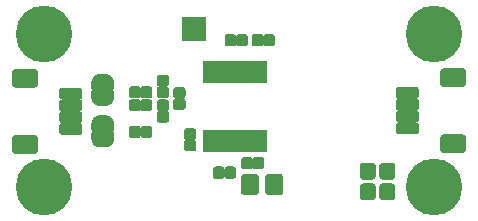
<source format=gts>
G04 #@! TF.GenerationSoftware,KiCad,Pcbnew,(5.1.5-0)*
G04 #@! TF.CreationDate,2022-03-31T12:05:24-06:00*
G04 #@! TF.ProjectId,two-wire-single,74776f2d-7769-4726-952d-73696e676c65,rev?*
G04 #@! TF.SameCoordinates,Original*
G04 #@! TF.FileFunction,Soldermask,Top*
G04 #@! TF.FilePolarity,Negative*
%FSLAX46Y46*%
G04 Gerber Fmt 4.6, Leading zero omitted, Abs format (unit mm)*
G04 Created by KiCad (PCBNEW (5.1.5-0)) date 2022-03-31 12:05:24*
%MOMM*%
%LPD*%
G04 APERTURE LIST*
%ADD10R,2.100000X2.100000*%
%ADD11C,0.100000*%
%ADD12C,1.100000*%
%ADD13C,4.800000*%
%ADD14R,0.850000X1.900000*%
G04 APERTURE END LIST*
D10*
X115650000Y-83550000D03*
D11*
G36*
X138424340Y-86901605D02*
G01*
X138456698Y-86906405D01*
X138488429Y-86914353D01*
X138519229Y-86925373D01*
X138548800Y-86939359D01*
X138576857Y-86956177D01*
X138603132Y-86975663D01*
X138627369Y-86997631D01*
X138649337Y-87021868D01*
X138668823Y-87048143D01*
X138685641Y-87076200D01*
X138699627Y-87105771D01*
X138710647Y-87136571D01*
X138718595Y-87168302D01*
X138723395Y-87200660D01*
X138725000Y-87233332D01*
X138725000Y-88166668D01*
X138723395Y-88199340D01*
X138718595Y-88231698D01*
X138710647Y-88263429D01*
X138699627Y-88294229D01*
X138685641Y-88323800D01*
X138668823Y-88351857D01*
X138649337Y-88378132D01*
X138627369Y-88402369D01*
X138603132Y-88424337D01*
X138576857Y-88443823D01*
X138548800Y-88460641D01*
X138519229Y-88474627D01*
X138488429Y-88485647D01*
X138456698Y-88493595D01*
X138424340Y-88498395D01*
X138391668Y-88500000D01*
X136858332Y-88500000D01*
X136825660Y-88498395D01*
X136793302Y-88493595D01*
X136761571Y-88485647D01*
X136730771Y-88474627D01*
X136701200Y-88460641D01*
X136673143Y-88443823D01*
X136646868Y-88424337D01*
X136622631Y-88402369D01*
X136600663Y-88378132D01*
X136581177Y-88351857D01*
X136564359Y-88323800D01*
X136550373Y-88294229D01*
X136539353Y-88263429D01*
X136531405Y-88231698D01*
X136526605Y-88199340D01*
X136525000Y-88166668D01*
X136525000Y-87233332D01*
X136526605Y-87200660D01*
X136531405Y-87168302D01*
X136539353Y-87136571D01*
X136550373Y-87105771D01*
X136564359Y-87076200D01*
X136581177Y-87048143D01*
X136600663Y-87021868D01*
X136622631Y-86997631D01*
X136646868Y-86975663D01*
X136673143Y-86956177D01*
X136701200Y-86939359D01*
X136730771Y-86925373D01*
X136761571Y-86914353D01*
X136793302Y-86906405D01*
X136825660Y-86901605D01*
X136858332Y-86900000D01*
X138391668Y-86900000D01*
X138424340Y-86901605D01*
G37*
G36*
X138424340Y-92501605D02*
G01*
X138456698Y-92506405D01*
X138488429Y-92514353D01*
X138519229Y-92525373D01*
X138548800Y-92539359D01*
X138576857Y-92556177D01*
X138603132Y-92575663D01*
X138627369Y-92597631D01*
X138649337Y-92621868D01*
X138668823Y-92648143D01*
X138685641Y-92676200D01*
X138699627Y-92705771D01*
X138710647Y-92736571D01*
X138718595Y-92768302D01*
X138723395Y-92800660D01*
X138725000Y-92833332D01*
X138725000Y-93766668D01*
X138723395Y-93799340D01*
X138718595Y-93831698D01*
X138710647Y-93863429D01*
X138699627Y-93894229D01*
X138685641Y-93923800D01*
X138668823Y-93951857D01*
X138649337Y-93978132D01*
X138627369Y-94002369D01*
X138603132Y-94024337D01*
X138576857Y-94043823D01*
X138548800Y-94060641D01*
X138519229Y-94074627D01*
X138488429Y-94085647D01*
X138456698Y-94093595D01*
X138424340Y-94098395D01*
X138391668Y-94100000D01*
X136858332Y-94100000D01*
X136825660Y-94098395D01*
X136793302Y-94093595D01*
X136761571Y-94085647D01*
X136730771Y-94074627D01*
X136701200Y-94060641D01*
X136673143Y-94043823D01*
X136646868Y-94024337D01*
X136622631Y-94002369D01*
X136600663Y-93978132D01*
X136581177Y-93951857D01*
X136564359Y-93923800D01*
X136550373Y-93894229D01*
X136539353Y-93863429D01*
X136531405Y-93831698D01*
X136526605Y-93799340D01*
X136525000Y-93766668D01*
X136525000Y-92833332D01*
X136526605Y-92800660D01*
X136531405Y-92768302D01*
X136539353Y-92736571D01*
X136550373Y-92705771D01*
X136564359Y-92676200D01*
X136581177Y-92648143D01*
X136600663Y-92621868D01*
X136622631Y-92597631D01*
X136646868Y-92575663D01*
X136673143Y-92556177D01*
X136701200Y-92539359D01*
X136730771Y-92525373D01*
X136761571Y-92514353D01*
X136793302Y-92506405D01*
X136825660Y-92501605D01*
X136858332Y-92500000D01*
X138391668Y-92500000D01*
X138424340Y-92501605D01*
G37*
G36*
X134499504Y-88501204D02*
G01*
X134523773Y-88504804D01*
X134547571Y-88510765D01*
X134570671Y-88519030D01*
X134592849Y-88529520D01*
X134613893Y-88542133D01*
X134633598Y-88556747D01*
X134651777Y-88573223D01*
X134668253Y-88591402D01*
X134682867Y-88611107D01*
X134695480Y-88632151D01*
X134705970Y-88654329D01*
X134714235Y-88677429D01*
X134720196Y-88701227D01*
X134723796Y-88725496D01*
X134725000Y-88750000D01*
X134725000Y-89250000D01*
X134723796Y-89274504D01*
X134720196Y-89298773D01*
X134714235Y-89322571D01*
X134705970Y-89345671D01*
X134695480Y-89367849D01*
X134682867Y-89388893D01*
X134668253Y-89408598D01*
X134651777Y-89426777D01*
X134633598Y-89443253D01*
X134613893Y-89457867D01*
X134592849Y-89470480D01*
X134570671Y-89480970D01*
X134547571Y-89489235D01*
X134523773Y-89495196D01*
X134499504Y-89498796D01*
X134475000Y-89500000D01*
X133025000Y-89500000D01*
X133000496Y-89498796D01*
X132976227Y-89495196D01*
X132952429Y-89489235D01*
X132929329Y-89480970D01*
X132907151Y-89470480D01*
X132886107Y-89457867D01*
X132866402Y-89443253D01*
X132848223Y-89426777D01*
X132831747Y-89408598D01*
X132817133Y-89388893D01*
X132804520Y-89367849D01*
X132794030Y-89345671D01*
X132785765Y-89322571D01*
X132779804Y-89298773D01*
X132776204Y-89274504D01*
X132775000Y-89250000D01*
X132775000Y-88750000D01*
X132776204Y-88725496D01*
X132779804Y-88701227D01*
X132785765Y-88677429D01*
X132794030Y-88654329D01*
X132804520Y-88632151D01*
X132817133Y-88611107D01*
X132831747Y-88591402D01*
X132848223Y-88573223D01*
X132866402Y-88556747D01*
X132886107Y-88542133D01*
X132907151Y-88529520D01*
X132929329Y-88519030D01*
X132952429Y-88510765D01*
X132976227Y-88504804D01*
X133000496Y-88501204D01*
X133025000Y-88500000D01*
X134475000Y-88500000D01*
X134499504Y-88501204D01*
G37*
G36*
X134499504Y-89501204D02*
G01*
X134523773Y-89504804D01*
X134547571Y-89510765D01*
X134570671Y-89519030D01*
X134592849Y-89529520D01*
X134613893Y-89542133D01*
X134633598Y-89556747D01*
X134651777Y-89573223D01*
X134668253Y-89591402D01*
X134682867Y-89611107D01*
X134695480Y-89632151D01*
X134705970Y-89654329D01*
X134714235Y-89677429D01*
X134720196Y-89701227D01*
X134723796Y-89725496D01*
X134725000Y-89750000D01*
X134725000Y-90250000D01*
X134723796Y-90274504D01*
X134720196Y-90298773D01*
X134714235Y-90322571D01*
X134705970Y-90345671D01*
X134695480Y-90367849D01*
X134682867Y-90388893D01*
X134668253Y-90408598D01*
X134651777Y-90426777D01*
X134633598Y-90443253D01*
X134613893Y-90457867D01*
X134592849Y-90470480D01*
X134570671Y-90480970D01*
X134547571Y-90489235D01*
X134523773Y-90495196D01*
X134499504Y-90498796D01*
X134475000Y-90500000D01*
X133025000Y-90500000D01*
X133000496Y-90498796D01*
X132976227Y-90495196D01*
X132952429Y-90489235D01*
X132929329Y-90480970D01*
X132907151Y-90470480D01*
X132886107Y-90457867D01*
X132866402Y-90443253D01*
X132848223Y-90426777D01*
X132831747Y-90408598D01*
X132817133Y-90388893D01*
X132804520Y-90367849D01*
X132794030Y-90345671D01*
X132785765Y-90322571D01*
X132779804Y-90298773D01*
X132776204Y-90274504D01*
X132775000Y-90250000D01*
X132775000Y-89750000D01*
X132776204Y-89725496D01*
X132779804Y-89701227D01*
X132785765Y-89677429D01*
X132794030Y-89654329D01*
X132804520Y-89632151D01*
X132817133Y-89611107D01*
X132831747Y-89591402D01*
X132848223Y-89573223D01*
X132866402Y-89556747D01*
X132886107Y-89542133D01*
X132907151Y-89529520D01*
X132929329Y-89519030D01*
X132952429Y-89510765D01*
X132976227Y-89504804D01*
X133000496Y-89501204D01*
X133025000Y-89500000D01*
X134475000Y-89500000D01*
X134499504Y-89501204D01*
G37*
G36*
X134499504Y-90501204D02*
G01*
X134523773Y-90504804D01*
X134547571Y-90510765D01*
X134570671Y-90519030D01*
X134592849Y-90529520D01*
X134613893Y-90542133D01*
X134633598Y-90556747D01*
X134651777Y-90573223D01*
X134668253Y-90591402D01*
X134682867Y-90611107D01*
X134695480Y-90632151D01*
X134705970Y-90654329D01*
X134714235Y-90677429D01*
X134720196Y-90701227D01*
X134723796Y-90725496D01*
X134725000Y-90750000D01*
X134725000Y-91250000D01*
X134723796Y-91274504D01*
X134720196Y-91298773D01*
X134714235Y-91322571D01*
X134705970Y-91345671D01*
X134695480Y-91367849D01*
X134682867Y-91388893D01*
X134668253Y-91408598D01*
X134651777Y-91426777D01*
X134633598Y-91443253D01*
X134613893Y-91457867D01*
X134592849Y-91470480D01*
X134570671Y-91480970D01*
X134547571Y-91489235D01*
X134523773Y-91495196D01*
X134499504Y-91498796D01*
X134475000Y-91500000D01*
X133025000Y-91500000D01*
X133000496Y-91498796D01*
X132976227Y-91495196D01*
X132952429Y-91489235D01*
X132929329Y-91480970D01*
X132907151Y-91470480D01*
X132886107Y-91457867D01*
X132866402Y-91443253D01*
X132848223Y-91426777D01*
X132831747Y-91408598D01*
X132817133Y-91388893D01*
X132804520Y-91367849D01*
X132794030Y-91345671D01*
X132785765Y-91322571D01*
X132779804Y-91298773D01*
X132776204Y-91274504D01*
X132775000Y-91250000D01*
X132775000Y-90750000D01*
X132776204Y-90725496D01*
X132779804Y-90701227D01*
X132785765Y-90677429D01*
X132794030Y-90654329D01*
X132804520Y-90632151D01*
X132817133Y-90611107D01*
X132831747Y-90591402D01*
X132848223Y-90573223D01*
X132866402Y-90556747D01*
X132886107Y-90542133D01*
X132907151Y-90529520D01*
X132929329Y-90519030D01*
X132952429Y-90510765D01*
X132976227Y-90504804D01*
X133000496Y-90501204D01*
X133025000Y-90500000D01*
X134475000Y-90500000D01*
X134499504Y-90501204D01*
G37*
G36*
X134499504Y-91501204D02*
G01*
X134523773Y-91504804D01*
X134547571Y-91510765D01*
X134570671Y-91519030D01*
X134592849Y-91529520D01*
X134613893Y-91542133D01*
X134633598Y-91556747D01*
X134651777Y-91573223D01*
X134668253Y-91591402D01*
X134682867Y-91611107D01*
X134695480Y-91632151D01*
X134705970Y-91654329D01*
X134714235Y-91677429D01*
X134720196Y-91701227D01*
X134723796Y-91725496D01*
X134725000Y-91750000D01*
X134725000Y-92250000D01*
X134723796Y-92274504D01*
X134720196Y-92298773D01*
X134714235Y-92322571D01*
X134705970Y-92345671D01*
X134695480Y-92367849D01*
X134682867Y-92388893D01*
X134668253Y-92408598D01*
X134651777Y-92426777D01*
X134633598Y-92443253D01*
X134613893Y-92457867D01*
X134592849Y-92470480D01*
X134570671Y-92480970D01*
X134547571Y-92489235D01*
X134523773Y-92495196D01*
X134499504Y-92498796D01*
X134475000Y-92500000D01*
X133025000Y-92500000D01*
X133000496Y-92498796D01*
X132976227Y-92495196D01*
X132952429Y-92489235D01*
X132929329Y-92480970D01*
X132907151Y-92470480D01*
X132886107Y-92457867D01*
X132866402Y-92443253D01*
X132848223Y-92426777D01*
X132831747Y-92408598D01*
X132817133Y-92388893D01*
X132804520Y-92367849D01*
X132794030Y-92345671D01*
X132785765Y-92322571D01*
X132779804Y-92298773D01*
X132776204Y-92274504D01*
X132775000Y-92250000D01*
X132775000Y-91750000D01*
X132776204Y-91725496D01*
X132779804Y-91701227D01*
X132785765Y-91677429D01*
X132794030Y-91654329D01*
X132804520Y-91632151D01*
X132817133Y-91611107D01*
X132831747Y-91591402D01*
X132848223Y-91573223D01*
X132866402Y-91556747D01*
X132886107Y-91542133D01*
X132907151Y-91529520D01*
X132929329Y-91519030D01*
X132952429Y-91510765D01*
X132976227Y-91504804D01*
X133000496Y-91501204D01*
X133025000Y-91500000D01*
X134475000Y-91500000D01*
X134499504Y-91501204D01*
G37*
G36*
X130770581Y-94901625D02*
G01*
X130803343Y-94906485D01*
X130835471Y-94914533D01*
X130866656Y-94925691D01*
X130896596Y-94939852D01*
X130925005Y-94956879D01*
X130951608Y-94976609D01*
X130976149Y-94998851D01*
X130998391Y-95023392D01*
X131018121Y-95049995D01*
X131035148Y-95078404D01*
X131049309Y-95108344D01*
X131060467Y-95139529D01*
X131068515Y-95171657D01*
X131073375Y-95204419D01*
X131075000Y-95237500D01*
X131075000Y-96012500D01*
X131073375Y-96045581D01*
X131068515Y-96078343D01*
X131060467Y-96110471D01*
X131049309Y-96141656D01*
X131035148Y-96171596D01*
X131018121Y-96200005D01*
X130998391Y-96226608D01*
X130976149Y-96251149D01*
X130951608Y-96273391D01*
X130925005Y-96293121D01*
X130896596Y-96310148D01*
X130866656Y-96324309D01*
X130835471Y-96335467D01*
X130803343Y-96343515D01*
X130770581Y-96348375D01*
X130737500Y-96350000D01*
X130062500Y-96350000D01*
X130029419Y-96348375D01*
X129996657Y-96343515D01*
X129964529Y-96335467D01*
X129933344Y-96324309D01*
X129903404Y-96310148D01*
X129874995Y-96293121D01*
X129848392Y-96273391D01*
X129823851Y-96251149D01*
X129801609Y-96226608D01*
X129781879Y-96200005D01*
X129764852Y-96171596D01*
X129750691Y-96141656D01*
X129739533Y-96110471D01*
X129731485Y-96078343D01*
X129726625Y-96045581D01*
X129725000Y-96012500D01*
X129725000Y-95237500D01*
X129726625Y-95204419D01*
X129731485Y-95171657D01*
X129739533Y-95139529D01*
X129750691Y-95108344D01*
X129764852Y-95078404D01*
X129781879Y-95049995D01*
X129801609Y-95023392D01*
X129823851Y-94998851D01*
X129848392Y-94976609D01*
X129874995Y-94956879D01*
X129903404Y-94939852D01*
X129933344Y-94925691D01*
X129964529Y-94914533D01*
X129996657Y-94906485D01*
X130029419Y-94901625D01*
X130062500Y-94900000D01*
X130737500Y-94900000D01*
X130770581Y-94901625D01*
G37*
G36*
X130770581Y-96651625D02*
G01*
X130803343Y-96656485D01*
X130835471Y-96664533D01*
X130866656Y-96675691D01*
X130896596Y-96689852D01*
X130925005Y-96706879D01*
X130951608Y-96726609D01*
X130976149Y-96748851D01*
X130998391Y-96773392D01*
X131018121Y-96799995D01*
X131035148Y-96828404D01*
X131049309Y-96858344D01*
X131060467Y-96889529D01*
X131068515Y-96921657D01*
X131073375Y-96954419D01*
X131075000Y-96987500D01*
X131075000Y-97762500D01*
X131073375Y-97795581D01*
X131068515Y-97828343D01*
X131060467Y-97860471D01*
X131049309Y-97891656D01*
X131035148Y-97921596D01*
X131018121Y-97950005D01*
X130998391Y-97976608D01*
X130976149Y-98001149D01*
X130951608Y-98023391D01*
X130925005Y-98043121D01*
X130896596Y-98060148D01*
X130866656Y-98074309D01*
X130835471Y-98085467D01*
X130803343Y-98093515D01*
X130770581Y-98098375D01*
X130737500Y-98100000D01*
X130062500Y-98100000D01*
X130029419Y-98098375D01*
X129996657Y-98093515D01*
X129964529Y-98085467D01*
X129933344Y-98074309D01*
X129903404Y-98060148D01*
X129874995Y-98043121D01*
X129848392Y-98023391D01*
X129823851Y-98001149D01*
X129801609Y-97976608D01*
X129781879Y-97950005D01*
X129764852Y-97921596D01*
X129750691Y-97891656D01*
X129739533Y-97860471D01*
X129731485Y-97828343D01*
X129726625Y-97795581D01*
X129725000Y-97762500D01*
X129725000Y-96987500D01*
X129726625Y-96954419D01*
X129731485Y-96921657D01*
X129739533Y-96889529D01*
X129750691Y-96858344D01*
X129764852Y-96828404D01*
X129781879Y-96799995D01*
X129801609Y-96773392D01*
X129823851Y-96748851D01*
X129848392Y-96726609D01*
X129874995Y-96706879D01*
X129903404Y-96689852D01*
X129933344Y-96675691D01*
X129964529Y-96664533D01*
X129996657Y-96656485D01*
X130029419Y-96651625D01*
X130062500Y-96650000D01*
X130737500Y-96650000D01*
X130770581Y-96651625D01*
G37*
G36*
X132420581Y-94901625D02*
G01*
X132453343Y-94906485D01*
X132485471Y-94914533D01*
X132516656Y-94925691D01*
X132546596Y-94939852D01*
X132575005Y-94956879D01*
X132601608Y-94976609D01*
X132626149Y-94998851D01*
X132648391Y-95023392D01*
X132668121Y-95049995D01*
X132685148Y-95078404D01*
X132699309Y-95108344D01*
X132710467Y-95139529D01*
X132718515Y-95171657D01*
X132723375Y-95204419D01*
X132725000Y-95237500D01*
X132725000Y-96012500D01*
X132723375Y-96045581D01*
X132718515Y-96078343D01*
X132710467Y-96110471D01*
X132699309Y-96141656D01*
X132685148Y-96171596D01*
X132668121Y-96200005D01*
X132648391Y-96226608D01*
X132626149Y-96251149D01*
X132601608Y-96273391D01*
X132575005Y-96293121D01*
X132546596Y-96310148D01*
X132516656Y-96324309D01*
X132485471Y-96335467D01*
X132453343Y-96343515D01*
X132420581Y-96348375D01*
X132387500Y-96350000D01*
X131712500Y-96350000D01*
X131679419Y-96348375D01*
X131646657Y-96343515D01*
X131614529Y-96335467D01*
X131583344Y-96324309D01*
X131553404Y-96310148D01*
X131524995Y-96293121D01*
X131498392Y-96273391D01*
X131473851Y-96251149D01*
X131451609Y-96226608D01*
X131431879Y-96200005D01*
X131414852Y-96171596D01*
X131400691Y-96141656D01*
X131389533Y-96110471D01*
X131381485Y-96078343D01*
X131376625Y-96045581D01*
X131375000Y-96012500D01*
X131375000Y-95237500D01*
X131376625Y-95204419D01*
X131381485Y-95171657D01*
X131389533Y-95139529D01*
X131400691Y-95108344D01*
X131414852Y-95078404D01*
X131431879Y-95049995D01*
X131451609Y-95023392D01*
X131473851Y-94998851D01*
X131498392Y-94976609D01*
X131524995Y-94956879D01*
X131553404Y-94939852D01*
X131583344Y-94925691D01*
X131614529Y-94914533D01*
X131646657Y-94906485D01*
X131679419Y-94901625D01*
X131712500Y-94900000D01*
X132387500Y-94900000D01*
X132420581Y-94901625D01*
G37*
G36*
X132420581Y-96651625D02*
G01*
X132453343Y-96656485D01*
X132485471Y-96664533D01*
X132516656Y-96675691D01*
X132546596Y-96689852D01*
X132575005Y-96706879D01*
X132601608Y-96726609D01*
X132626149Y-96748851D01*
X132648391Y-96773392D01*
X132668121Y-96799995D01*
X132685148Y-96828404D01*
X132699309Y-96858344D01*
X132710467Y-96889529D01*
X132718515Y-96921657D01*
X132723375Y-96954419D01*
X132725000Y-96987500D01*
X132725000Y-97762500D01*
X132723375Y-97795581D01*
X132718515Y-97828343D01*
X132710467Y-97860471D01*
X132699309Y-97891656D01*
X132685148Y-97921596D01*
X132668121Y-97950005D01*
X132648391Y-97976608D01*
X132626149Y-98001149D01*
X132601608Y-98023391D01*
X132575005Y-98043121D01*
X132546596Y-98060148D01*
X132516656Y-98074309D01*
X132485471Y-98085467D01*
X132453343Y-98093515D01*
X132420581Y-98098375D01*
X132387500Y-98100000D01*
X131712500Y-98100000D01*
X131679419Y-98098375D01*
X131646657Y-98093515D01*
X131614529Y-98085467D01*
X131583344Y-98074309D01*
X131553404Y-98060148D01*
X131524995Y-98043121D01*
X131498392Y-98023391D01*
X131473851Y-98001149D01*
X131451609Y-97976608D01*
X131431879Y-97950005D01*
X131414852Y-97921596D01*
X131400691Y-97891656D01*
X131389533Y-97860471D01*
X131381485Y-97828343D01*
X131376625Y-97795581D01*
X131375000Y-97762500D01*
X131375000Y-96987500D01*
X131376625Y-96954419D01*
X131381485Y-96921657D01*
X131389533Y-96889529D01*
X131400691Y-96858344D01*
X131414852Y-96828404D01*
X131431879Y-96799995D01*
X131451609Y-96773392D01*
X131473851Y-96748851D01*
X131498392Y-96726609D01*
X131524995Y-96706879D01*
X131553404Y-96689852D01*
X131583344Y-96675691D01*
X131614529Y-96664533D01*
X131646657Y-96656485D01*
X131679419Y-96651625D01*
X131712500Y-96650000D01*
X132387500Y-96650000D01*
X132420581Y-96651625D01*
G37*
D12*
X104166726Y-82833274D03*
X103000000Y-82350000D03*
X101833274Y-82833274D03*
X101350000Y-84000000D03*
X101833274Y-85166726D03*
X103000000Y-85650000D03*
X104166726Y-85166726D03*
X104650000Y-84000000D03*
D13*
X103000000Y-84000000D03*
D12*
X137166726Y-82833274D03*
X136000000Y-82350000D03*
X134833274Y-82833274D03*
X134350000Y-84000000D03*
X134833274Y-85166726D03*
X136000000Y-85650000D03*
X137166726Y-85166726D03*
X137650000Y-84000000D03*
D13*
X136000000Y-84000000D03*
D12*
X104166726Y-95833274D03*
X103000000Y-95350000D03*
X101833274Y-95833274D03*
X101350000Y-97000000D03*
X101833274Y-98166726D03*
X103000000Y-98650000D03*
X104166726Y-98166726D03*
X104650000Y-97000000D03*
D13*
X103000000Y-97000000D03*
D12*
X137166726Y-95833274D03*
X136000000Y-95350000D03*
X134833274Y-95833274D03*
X134350000Y-97000000D03*
X134833274Y-98166726D03*
X136000000Y-98650000D03*
X137166726Y-98166726D03*
X137650000Y-97000000D03*
D13*
X136000000Y-97000000D03*
D11*
G36*
X108899398Y-92906112D02*
G01*
X108899398Y-92924534D01*
X108898435Y-92944140D01*
X108893625Y-92992971D01*
X108890746Y-93012380D01*
X108881174Y-93060505D01*
X108876404Y-93079548D01*
X108862160Y-93126503D01*
X108855549Y-93144980D01*
X108836772Y-93190313D01*
X108828377Y-93208061D01*
X108805246Y-93251334D01*
X108795160Y-93268162D01*
X108767900Y-93308961D01*
X108756205Y-93324730D01*
X108725077Y-93362659D01*
X108711897Y-93377200D01*
X108677200Y-93411897D01*
X108662659Y-93425077D01*
X108624730Y-93456205D01*
X108608961Y-93467900D01*
X108568162Y-93495160D01*
X108551334Y-93505246D01*
X108508061Y-93528377D01*
X108490313Y-93536772D01*
X108444980Y-93555549D01*
X108426503Y-93562160D01*
X108379548Y-93576404D01*
X108360505Y-93581174D01*
X108312380Y-93590746D01*
X108292971Y-93593625D01*
X108244140Y-93598435D01*
X108224534Y-93599398D01*
X108206112Y-93599398D01*
X108200000Y-93600000D01*
X107700000Y-93600000D01*
X107693888Y-93599398D01*
X107675466Y-93599398D01*
X107655860Y-93598435D01*
X107607029Y-93593625D01*
X107587620Y-93590746D01*
X107539495Y-93581174D01*
X107520452Y-93576404D01*
X107473497Y-93562160D01*
X107455020Y-93555549D01*
X107409687Y-93536772D01*
X107391939Y-93528377D01*
X107348666Y-93505246D01*
X107331838Y-93495160D01*
X107291039Y-93467900D01*
X107275270Y-93456205D01*
X107237341Y-93425077D01*
X107222800Y-93411897D01*
X107188103Y-93377200D01*
X107174923Y-93362659D01*
X107143795Y-93324730D01*
X107132100Y-93308961D01*
X107104840Y-93268162D01*
X107094754Y-93251334D01*
X107071623Y-93208061D01*
X107063228Y-93190313D01*
X107044451Y-93144980D01*
X107037840Y-93126503D01*
X107023596Y-93079548D01*
X107018826Y-93060505D01*
X107009254Y-93012380D01*
X107006375Y-92992971D01*
X107001565Y-92944140D01*
X107000602Y-92924534D01*
X107000602Y-92906112D01*
X107000000Y-92900000D01*
X107000000Y-92400000D01*
X107003843Y-92360982D01*
X107015224Y-92323463D01*
X107033706Y-92288886D01*
X107058579Y-92258579D01*
X107088886Y-92233706D01*
X107123463Y-92215224D01*
X107160982Y-92203843D01*
X107200000Y-92200000D01*
X108700000Y-92200000D01*
X108739018Y-92203843D01*
X108776537Y-92215224D01*
X108811114Y-92233706D01*
X108841421Y-92258579D01*
X108866294Y-92288886D01*
X108884776Y-92323463D01*
X108896157Y-92360982D01*
X108900000Y-92400000D01*
X108900000Y-92900000D01*
X108899398Y-92906112D01*
G37*
G36*
X108896157Y-92139018D02*
G01*
X108884776Y-92176537D01*
X108866294Y-92211114D01*
X108841421Y-92241421D01*
X108811114Y-92266294D01*
X108776537Y-92284776D01*
X108739018Y-92296157D01*
X108700000Y-92300000D01*
X107200000Y-92300000D01*
X107160982Y-92296157D01*
X107123463Y-92284776D01*
X107088886Y-92266294D01*
X107058579Y-92241421D01*
X107033706Y-92211114D01*
X107015224Y-92176537D01*
X107003843Y-92139018D01*
X107000000Y-92100000D01*
X107000000Y-91600000D01*
X107000602Y-91593888D01*
X107000602Y-91575466D01*
X107001565Y-91555860D01*
X107006375Y-91507029D01*
X107009254Y-91487620D01*
X107018826Y-91439495D01*
X107023596Y-91420452D01*
X107037840Y-91373497D01*
X107044451Y-91355020D01*
X107063228Y-91309687D01*
X107071623Y-91291939D01*
X107094754Y-91248666D01*
X107104840Y-91231838D01*
X107132100Y-91191039D01*
X107143795Y-91175270D01*
X107174923Y-91137341D01*
X107188103Y-91122800D01*
X107222800Y-91088103D01*
X107237341Y-91074923D01*
X107275270Y-91043795D01*
X107291039Y-91032100D01*
X107331838Y-91004840D01*
X107348666Y-90994754D01*
X107391939Y-90971623D01*
X107409687Y-90963228D01*
X107455020Y-90944451D01*
X107473497Y-90937840D01*
X107520452Y-90923596D01*
X107539495Y-90918826D01*
X107587620Y-90909254D01*
X107607029Y-90906375D01*
X107655860Y-90901565D01*
X107675466Y-90900602D01*
X107693888Y-90900602D01*
X107700000Y-90900000D01*
X108200000Y-90900000D01*
X108206112Y-90900602D01*
X108224534Y-90900602D01*
X108244140Y-90901565D01*
X108292971Y-90906375D01*
X108312380Y-90909254D01*
X108360505Y-90918826D01*
X108379548Y-90923596D01*
X108426503Y-90937840D01*
X108444980Y-90944451D01*
X108490313Y-90963228D01*
X108508061Y-90971623D01*
X108551334Y-90994754D01*
X108568162Y-91004840D01*
X108608961Y-91032100D01*
X108624730Y-91043795D01*
X108662659Y-91074923D01*
X108677200Y-91088103D01*
X108711897Y-91122800D01*
X108725077Y-91137341D01*
X108756205Y-91175270D01*
X108767900Y-91191039D01*
X108795160Y-91231838D01*
X108805246Y-91248666D01*
X108828377Y-91291939D01*
X108836772Y-91309687D01*
X108855549Y-91355020D01*
X108862160Y-91373497D01*
X108876404Y-91420452D01*
X108881174Y-91439495D01*
X108890746Y-91487620D01*
X108893625Y-91507029D01*
X108898435Y-91555860D01*
X108899398Y-91575466D01*
X108899398Y-91593888D01*
X108900000Y-91600000D01*
X108900000Y-92100000D01*
X108896157Y-92139018D01*
G37*
G36*
X108899398Y-89406112D02*
G01*
X108899398Y-89424534D01*
X108898435Y-89444140D01*
X108893625Y-89492971D01*
X108890746Y-89512380D01*
X108881174Y-89560505D01*
X108876404Y-89579548D01*
X108862160Y-89626503D01*
X108855549Y-89644980D01*
X108836772Y-89690313D01*
X108828377Y-89708061D01*
X108805246Y-89751334D01*
X108795160Y-89768162D01*
X108767900Y-89808961D01*
X108756205Y-89824730D01*
X108725077Y-89862659D01*
X108711897Y-89877200D01*
X108677200Y-89911897D01*
X108662659Y-89925077D01*
X108624730Y-89956205D01*
X108608961Y-89967900D01*
X108568162Y-89995160D01*
X108551334Y-90005246D01*
X108508061Y-90028377D01*
X108490313Y-90036772D01*
X108444980Y-90055549D01*
X108426503Y-90062160D01*
X108379548Y-90076404D01*
X108360505Y-90081174D01*
X108312380Y-90090746D01*
X108292971Y-90093625D01*
X108244140Y-90098435D01*
X108224534Y-90099398D01*
X108206112Y-90099398D01*
X108200000Y-90100000D01*
X107700000Y-90100000D01*
X107693888Y-90099398D01*
X107675466Y-90099398D01*
X107655860Y-90098435D01*
X107607029Y-90093625D01*
X107587620Y-90090746D01*
X107539495Y-90081174D01*
X107520452Y-90076404D01*
X107473497Y-90062160D01*
X107455020Y-90055549D01*
X107409687Y-90036772D01*
X107391939Y-90028377D01*
X107348666Y-90005246D01*
X107331838Y-89995160D01*
X107291039Y-89967900D01*
X107275270Y-89956205D01*
X107237341Y-89925077D01*
X107222800Y-89911897D01*
X107188103Y-89877200D01*
X107174923Y-89862659D01*
X107143795Y-89824730D01*
X107132100Y-89808961D01*
X107104840Y-89768162D01*
X107094754Y-89751334D01*
X107071623Y-89708061D01*
X107063228Y-89690313D01*
X107044451Y-89644980D01*
X107037840Y-89626503D01*
X107023596Y-89579548D01*
X107018826Y-89560505D01*
X107009254Y-89512380D01*
X107006375Y-89492971D01*
X107001565Y-89444140D01*
X107000602Y-89424534D01*
X107000602Y-89406112D01*
X107000000Y-89400000D01*
X107000000Y-88900000D01*
X107003843Y-88860982D01*
X107015224Y-88823463D01*
X107033706Y-88788886D01*
X107058579Y-88758579D01*
X107088886Y-88733706D01*
X107123463Y-88715224D01*
X107160982Y-88703843D01*
X107200000Y-88700000D01*
X108700000Y-88700000D01*
X108739018Y-88703843D01*
X108776537Y-88715224D01*
X108811114Y-88733706D01*
X108841421Y-88758579D01*
X108866294Y-88788886D01*
X108884776Y-88823463D01*
X108896157Y-88860982D01*
X108900000Y-88900000D01*
X108900000Y-89400000D01*
X108899398Y-89406112D01*
G37*
G36*
X108896157Y-88639018D02*
G01*
X108884776Y-88676537D01*
X108866294Y-88711114D01*
X108841421Y-88741421D01*
X108811114Y-88766294D01*
X108776537Y-88784776D01*
X108739018Y-88796157D01*
X108700000Y-88800000D01*
X107200000Y-88800000D01*
X107160982Y-88796157D01*
X107123463Y-88784776D01*
X107088886Y-88766294D01*
X107058579Y-88741421D01*
X107033706Y-88711114D01*
X107015224Y-88676537D01*
X107003843Y-88639018D01*
X107000000Y-88600000D01*
X107000000Y-88100000D01*
X107000602Y-88093888D01*
X107000602Y-88075466D01*
X107001565Y-88055860D01*
X107006375Y-88007029D01*
X107009254Y-87987620D01*
X107018826Y-87939495D01*
X107023596Y-87920452D01*
X107037840Y-87873497D01*
X107044451Y-87855020D01*
X107063228Y-87809687D01*
X107071623Y-87791939D01*
X107094754Y-87748666D01*
X107104840Y-87731838D01*
X107132100Y-87691039D01*
X107143795Y-87675270D01*
X107174923Y-87637341D01*
X107188103Y-87622800D01*
X107222800Y-87588103D01*
X107237341Y-87574923D01*
X107275270Y-87543795D01*
X107291039Y-87532100D01*
X107331838Y-87504840D01*
X107348666Y-87494754D01*
X107391939Y-87471623D01*
X107409687Y-87463228D01*
X107455020Y-87444451D01*
X107473497Y-87437840D01*
X107520452Y-87423596D01*
X107539495Y-87418826D01*
X107587620Y-87409254D01*
X107607029Y-87406375D01*
X107655860Y-87401565D01*
X107675466Y-87400602D01*
X107693888Y-87400602D01*
X107700000Y-87400000D01*
X108200000Y-87400000D01*
X108206112Y-87400602D01*
X108224534Y-87400602D01*
X108244140Y-87401565D01*
X108292971Y-87406375D01*
X108312380Y-87409254D01*
X108360505Y-87418826D01*
X108379548Y-87423596D01*
X108426503Y-87437840D01*
X108444980Y-87444451D01*
X108490313Y-87463228D01*
X108508061Y-87471623D01*
X108551334Y-87494754D01*
X108568162Y-87504840D01*
X108608961Y-87532100D01*
X108624730Y-87543795D01*
X108662659Y-87574923D01*
X108677200Y-87588103D01*
X108711897Y-87622800D01*
X108725077Y-87637341D01*
X108756205Y-87675270D01*
X108767900Y-87691039D01*
X108795160Y-87731838D01*
X108805246Y-87748666D01*
X108828377Y-87791939D01*
X108836772Y-87809687D01*
X108855549Y-87855020D01*
X108862160Y-87873497D01*
X108876404Y-87920452D01*
X108881174Y-87939495D01*
X108890746Y-87987620D01*
X108893625Y-88007029D01*
X108898435Y-88055860D01*
X108899398Y-88075466D01*
X108899398Y-88093888D01*
X108900000Y-88100000D01*
X108900000Y-88600000D01*
X108896157Y-88639018D01*
G37*
G36*
X121336759Y-84031192D02*
G01*
X121360785Y-84034756D01*
X121384345Y-84040657D01*
X121407214Y-84048840D01*
X121429171Y-84059224D01*
X121450004Y-84071711D01*
X121469512Y-84086180D01*
X121487509Y-84102491D01*
X121503820Y-84120488D01*
X121518289Y-84139996D01*
X121530776Y-84160829D01*
X121541160Y-84182786D01*
X121549343Y-84205655D01*
X121555244Y-84229215D01*
X121558808Y-84253241D01*
X121560000Y-84277500D01*
X121560000Y-84822500D01*
X121558808Y-84846759D01*
X121555244Y-84870785D01*
X121549343Y-84894345D01*
X121541160Y-84917214D01*
X121530776Y-84939171D01*
X121518289Y-84960004D01*
X121503820Y-84979512D01*
X121487509Y-84997509D01*
X121469512Y-85013820D01*
X121450004Y-85028289D01*
X121429171Y-85040776D01*
X121407214Y-85051160D01*
X121384345Y-85059343D01*
X121360785Y-85065244D01*
X121336759Y-85068808D01*
X121312500Y-85070000D01*
X120817500Y-85070000D01*
X120793241Y-85068808D01*
X120769215Y-85065244D01*
X120745655Y-85059343D01*
X120722786Y-85051160D01*
X120700829Y-85040776D01*
X120679996Y-85028289D01*
X120660488Y-85013820D01*
X120642491Y-84997509D01*
X120626180Y-84979512D01*
X120611711Y-84960004D01*
X120599224Y-84939171D01*
X120588840Y-84917214D01*
X120580657Y-84894345D01*
X120574756Y-84870785D01*
X120571192Y-84846759D01*
X120570000Y-84822500D01*
X120570000Y-84277500D01*
X120571192Y-84253241D01*
X120574756Y-84229215D01*
X120580657Y-84205655D01*
X120588840Y-84182786D01*
X120599224Y-84160829D01*
X120611711Y-84139996D01*
X120626180Y-84120488D01*
X120642491Y-84102491D01*
X120660488Y-84086180D01*
X120679996Y-84071711D01*
X120700829Y-84059224D01*
X120722786Y-84048840D01*
X120745655Y-84040657D01*
X120769215Y-84034756D01*
X120793241Y-84031192D01*
X120817500Y-84030000D01*
X121312500Y-84030000D01*
X121336759Y-84031192D01*
G37*
G36*
X122306759Y-84031192D02*
G01*
X122330785Y-84034756D01*
X122354345Y-84040657D01*
X122377214Y-84048840D01*
X122399171Y-84059224D01*
X122420004Y-84071711D01*
X122439512Y-84086180D01*
X122457509Y-84102491D01*
X122473820Y-84120488D01*
X122488289Y-84139996D01*
X122500776Y-84160829D01*
X122511160Y-84182786D01*
X122519343Y-84205655D01*
X122525244Y-84229215D01*
X122528808Y-84253241D01*
X122530000Y-84277500D01*
X122530000Y-84822500D01*
X122528808Y-84846759D01*
X122525244Y-84870785D01*
X122519343Y-84894345D01*
X122511160Y-84917214D01*
X122500776Y-84939171D01*
X122488289Y-84960004D01*
X122473820Y-84979512D01*
X122457509Y-84997509D01*
X122439512Y-85013820D01*
X122420004Y-85028289D01*
X122399171Y-85040776D01*
X122377214Y-85051160D01*
X122354345Y-85059343D01*
X122330785Y-85065244D01*
X122306759Y-85068808D01*
X122282500Y-85070000D01*
X121787500Y-85070000D01*
X121763241Y-85068808D01*
X121739215Y-85065244D01*
X121715655Y-85059343D01*
X121692786Y-85051160D01*
X121670829Y-85040776D01*
X121649996Y-85028289D01*
X121630488Y-85013820D01*
X121612491Y-84997509D01*
X121596180Y-84979512D01*
X121581711Y-84960004D01*
X121569224Y-84939171D01*
X121558840Y-84917214D01*
X121550657Y-84894345D01*
X121544756Y-84870785D01*
X121541192Y-84846759D01*
X121540000Y-84822500D01*
X121540000Y-84277500D01*
X121541192Y-84253241D01*
X121544756Y-84229215D01*
X121550657Y-84205655D01*
X121558840Y-84182786D01*
X121569224Y-84160829D01*
X121581711Y-84139996D01*
X121596180Y-84120488D01*
X121612491Y-84102491D01*
X121630488Y-84086180D01*
X121649996Y-84071711D01*
X121670829Y-84059224D01*
X121692786Y-84048840D01*
X121715655Y-84040657D01*
X121739215Y-84034756D01*
X121763241Y-84031192D01*
X121787500Y-84030000D01*
X122282500Y-84030000D01*
X122306759Y-84031192D01*
G37*
G36*
X110936759Y-89531192D02*
G01*
X110960785Y-89534756D01*
X110984345Y-89540657D01*
X111007214Y-89548840D01*
X111029171Y-89559224D01*
X111050004Y-89571711D01*
X111069512Y-89586180D01*
X111087509Y-89602491D01*
X111103820Y-89620488D01*
X111118289Y-89639996D01*
X111130776Y-89660829D01*
X111141160Y-89682786D01*
X111149343Y-89705655D01*
X111155244Y-89729215D01*
X111158808Y-89753241D01*
X111160000Y-89777500D01*
X111160000Y-90322500D01*
X111158808Y-90346759D01*
X111155244Y-90370785D01*
X111149343Y-90394345D01*
X111141160Y-90417214D01*
X111130776Y-90439171D01*
X111118289Y-90460004D01*
X111103820Y-90479512D01*
X111087509Y-90497509D01*
X111069512Y-90513820D01*
X111050004Y-90528289D01*
X111029171Y-90540776D01*
X111007214Y-90551160D01*
X110984345Y-90559343D01*
X110960785Y-90565244D01*
X110936759Y-90568808D01*
X110912500Y-90570000D01*
X110417500Y-90570000D01*
X110393241Y-90568808D01*
X110369215Y-90565244D01*
X110345655Y-90559343D01*
X110322786Y-90551160D01*
X110300829Y-90540776D01*
X110279996Y-90528289D01*
X110260488Y-90513820D01*
X110242491Y-90497509D01*
X110226180Y-90479512D01*
X110211711Y-90460004D01*
X110199224Y-90439171D01*
X110188840Y-90417214D01*
X110180657Y-90394345D01*
X110174756Y-90370785D01*
X110171192Y-90346759D01*
X110170000Y-90322500D01*
X110170000Y-89777500D01*
X110171192Y-89753241D01*
X110174756Y-89729215D01*
X110180657Y-89705655D01*
X110188840Y-89682786D01*
X110199224Y-89660829D01*
X110211711Y-89639996D01*
X110226180Y-89620488D01*
X110242491Y-89602491D01*
X110260488Y-89586180D01*
X110279996Y-89571711D01*
X110300829Y-89559224D01*
X110322786Y-89548840D01*
X110345655Y-89540657D01*
X110369215Y-89534756D01*
X110393241Y-89531192D01*
X110417500Y-89530000D01*
X110912500Y-89530000D01*
X110936759Y-89531192D01*
G37*
G36*
X111906759Y-89531192D02*
G01*
X111930785Y-89534756D01*
X111954345Y-89540657D01*
X111977214Y-89548840D01*
X111999171Y-89559224D01*
X112020004Y-89571711D01*
X112039512Y-89586180D01*
X112057509Y-89602491D01*
X112073820Y-89620488D01*
X112088289Y-89639996D01*
X112100776Y-89660829D01*
X112111160Y-89682786D01*
X112119343Y-89705655D01*
X112125244Y-89729215D01*
X112128808Y-89753241D01*
X112130000Y-89777500D01*
X112130000Y-90322500D01*
X112128808Y-90346759D01*
X112125244Y-90370785D01*
X112119343Y-90394345D01*
X112111160Y-90417214D01*
X112100776Y-90439171D01*
X112088289Y-90460004D01*
X112073820Y-90479512D01*
X112057509Y-90497509D01*
X112039512Y-90513820D01*
X112020004Y-90528289D01*
X111999171Y-90540776D01*
X111977214Y-90551160D01*
X111954345Y-90559343D01*
X111930785Y-90565244D01*
X111906759Y-90568808D01*
X111882500Y-90570000D01*
X111387500Y-90570000D01*
X111363241Y-90568808D01*
X111339215Y-90565244D01*
X111315655Y-90559343D01*
X111292786Y-90551160D01*
X111270829Y-90540776D01*
X111249996Y-90528289D01*
X111230488Y-90513820D01*
X111212491Y-90497509D01*
X111196180Y-90479512D01*
X111181711Y-90460004D01*
X111169224Y-90439171D01*
X111158840Y-90417214D01*
X111150657Y-90394345D01*
X111144756Y-90370785D01*
X111141192Y-90346759D01*
X111140000Y-90322500D01*
X111140000Y-89777500D01*
X111141192Y-89753241D01*
X111144756Y-89729215D01*
X111150657Y-89705655D01*
X111158840Y-89682786D01*
X111169224Y-89660829D01*
X111181711Y-89639996D01*
X111196180Y-89620488D01*
X111212491Y-89602491D01*
X111230488Y-89586180D01*
X111249996Y-89571711D01*
X111270829Y-89559224D01*
X111292786Y-89548840D01*
X111315655Y-89540657D01*
X111339215Y-89534756D01*
X111363241Y-89531192D01*
X111387500Y-89530000D01*
X111882500Y-89530000D01*
X111906759Y-89531192D01*
G37*
G36*
X110951759Y-88431192D02*
G01*
X110975785Y-88434756D01*
X110999345Y-88440657D01*
X111022214Y-88448840D01*
X111044171Y-88459224D01*
X111065004Y-88471711D01*
X111084512Y-88486180D01*
X111102509Y-88502491D01*
X111118820Y-88520488D01*
X111133289Y-88539996D01*
X111145776Y-88560829D01*
X111156160Y-88582786D01*
X111164343Y-88605655D01*
X111170244Y-88629215D01*
X111173808Y-88653241D01*
X111175000Y-88677500D01*
X111175000Y-89222500D01*
X111173808Y-89246759D01*
X111170244Y-89270785D01*
X111164343Y-89294345D01*
X111156160Y-89317214D01*
X111145776Y-89339171D01*
X111133289Y-89360004D01*
X111118820Y-89379512D01*
X111102509Y-89397509D01*
X111084512Y-89413820D01*
X111065004Y-89428289D01*
X111044171Y-89440776D01*
X111022214Y-89451160D01*
X110999345Y-89459343D01*
X110975785Y-89465244D01*
X110951759Y-89468808D01*
X110927500Y-89470000D01*
X110432500Y-89470000D01*
X110408241Y-89468808D01*
X110384215Y-89465244D01*
X110360655Y-89459343D01*
X110337786Y-89451160D01*
X110315829Y-89440776D01*
X110294996Y-89428289D01*
X110275488Y-89413820D01*
X110257491Y-89397509D01*
X110241180Y-89379512D01*
X110226711Y-89360004D01*
X110214224Y-89339171D01*
X110203840Y-89317214D01*
X110195657Y-89294345D01*
X110189756Y-89270785D01*
X110186192Y-89246759D01*
X110185000Y-89222500D01*
X110185000Y-88677500D01*
X110186192Y-88653241D01*
X110189756Y-88629215D01*
X110195657Y-88605655D01*
X110203840Y-88582786D01*
X110214224Y-88560829D01*
X110226711Y-88539996D01*
X110241180Y-88520488D01*
X110257491Y-88502491D01*
X110275488Y-88486180D01*
X110294996Y-88471711D01*
X110315829Y-88459224D01*
X110337786Y-88448840D01*
X110360655Y-88440657D01*
X110384215Y-88434756D01*
X110408241Y-88431192D01*
X110432500Y-88430000D01*
X110927500Y-88430000D01*
X110951759Y-88431192D01*
G37*
G36*
X111921759Y-88431192D02*
G01*
X111945785Y-88434756D01*
X111969345Y-88440657D01*
X111992214Y-88448840D01*
X112014171Y-88459224D01*
X112035004Y-88471711D01*
X112054512Y-88486180D01*
X112072509Y-88502491D01*
X112088820Y-88520488D01*
X112103289Y-88539996D01*
X112115776Y-88560829D01*
X112126160Y-88582786D01*
X112134343Y-88605655D01*
X112140244Y-88629215D01*
X112143808Y-88653241D01*
X112145000Y-88677500D01*
X112145000Y-89222500D01*
X112143808Y-89246759D01*
X112140244Y-89270785D01*
X112134343Y-89294345D01*
X112126160Y-89317214D01*
X112115776Y-89339171D01*
X112103289Y-89360004D01*
X112088820Y-89379512D01*
X112072509Y-89397509D01*
X112054512Y-89413820D01*
X112035004Y-89428289D01*
X112014171Y-89440776D01*
X111992214Y-89451160D01*
X111969345Y-89459343D01*
X111945785Y-89465244D01*
X111921759Y-89468808D01*
X111897500Y-89470000D01*
X111402500Y-89470000D01*
X111378241Y-89468808D01*
X111354215Y-89465244D01*
X111330655Y-89459343D01*
X111307786Y-89451160D01*
X111285829Y-89440776D01*
X111264996Y-89428289D01*
X111245488Y-89413820D01*
X111227491Y-89397509D01*
X111211180Y-89379512D01*
X111196711Y-89360004D01*
X111184224Y-89339171D01*
X111173840Y-89317214D01*
X111165657Y-89294345D01*
X111159756Y-89270785D01*
X111156192Y-89246759D01*
X111155000Y-89222500D01*
X111155000Y-88677500D01*
X111156192Y-88653241D01*
X111159756Y-88629215D01*
X111165657Y-88605655D01*
X111173840Y-88582786D01*
X111184224Y-88560829D01*
X111196711Y-88539996D01*
X111211180Y-88520488D01*
X111227491Y-88502491D01*
X111245488Y-88486180D01*
X111264996Y-88471711D01*
X111285829Y-88459224D01*
X111307786Y-88448840D01*
X111330655Y-88440657D01*
X111354215Y-88434756D01*
X111378241Y-88431192D01*
X111402500Y-88430000D01*
X111897500Y-88430000D01*
X111921759Y-88431192D01*
G37*
G36*
X111924759Y-91781192D02*
G01*
X111948785Y-91784756D01*
X111972345Y-91790657D01*
X111995214Y-91798840D01*
X112017171Y-91809224D01*
X112038004Y-91821711D01*
X112057512Y-91836180D01*
X112075509Y-91852491D01*
X112091820Y-91870488D01*
X112106289Y-91889996D01*
X112118776Y-91910829D01*
X112129160Y-91932786D01*
X112137343Y-91955655D01*
X112143244Y-91979215D01*
X112146808Y-92003241D01*
X112148000Y-92027500D01*
X112148000Y-92572500D01*
X112146808Y-92596759D01*
X112143244Y-92620785D01*
X112137343Y-92644345D01*
X112129160Y-92667214D01*
X112118776Y-92689171D01*
X112106289Y-92710004D01*
X112091820Y-92729512D01*
X112075509Y-92747509D01*
X112057512Y-92763820D01*
X112038004Y-92778289D01*
X112017171Y-92790776D01*
X111995214Y-92801160D01*
X111972345Y-92809343D01*
X111948785Y-92815244D01*
X111924759Y-92818808D01*
X111900500Y-92820000D01*
X111405500Y-92820000D01*
X111381241Y-92818808D01*
X111357215Y-92815244D01*
X111333655Y-92809343D01*
X111310786Y-92801160D01*
X111288829Y-92790776D01*
X111267996Y-92778289D01*
X111248488Y-92763820D01*
X111230491Y-92747509D01*
X111214180Y-92729512D01*
X111199711Y-92710004D01*
X111187224Y-92689171D01*
X111176840Y-92667214D01*
X111168657Y-92644345D01*
X111162756Y-92620785D01*
X111159192Y-92596759D01*
X111158000Y-92572500D01*
X111158000Y-92027500D01*
X111159192Y-92003241D01*
X111162756Y-91979215D01*
X111168657Y-91955655D01*
X111176840Y-91932786D01*
X111187224Y-91910829D01*
X111199711Y-91889996D01*
X111214180Y-91870488D01*
X111230491Y-91852491D01*
X111248488Y-91836180D01*
X111267996Y-91821711D01*
X111288829Y-91809224D01*
X111310786Y-91798840D01*
X111333655Y-91790657D01*
X111357215Y-91784756D01*
X111381241Y-91781192D01*
X111405500Y-91780000D01*
X111900500Y-91780000D01*
X111924759Y-91781192D01*
G37*
G36*
X110954759Y-91781192D02*
G01*
X110978785Y-91784756D01*
X111002345Y-91790657D01*
X111025214Y-91798840D01*
X111047171Y-91809224D01*
X111068004Y-91821711D01*
X111087512Y-91836180D01*
X111105509Y-91852491D01*
X111121820Y-91870488D01*
X111136289Y-91889996D01*
X111148776Y-91910829D01*
X111159160Y-91932786D01*
X111167343Y-91955655D01*
X111173244Y-91979215D01*
X111176808Y-92003241D01*
X111178000Y-92027500D01*
X111178000Y-92572500D01*
X111176808Y-92596759D01*
X111173244Y-92620785D01*
X111167343Y-92644345D01*
X111159160Y-92667214D01*
X111148776Y-92689171D01*
X111136289Y-92710004D01*
X111121820Y-92729512D01*
X111105509Y-92747509D01*
X111087512Y-92763820D01*
X111068004Y-92778289D01*
X111047171Y-92790776D01*
X111025214Y-92801160D01*
X111002345Y-92809343D01*
X110978785Y-92815244D01*
X110954759Y-92818808D01*
X110930500Y-92820000D01*
X110435500Y-92820000D01*
X110411241Y-92818808D01*
X110387215Y-92815244D01*
X110363655Y-92809343D01*
X110340786Y-92801160D01*
X110318829Y-92790776D01*
X110297996Y-92778289D01*
X110278488Y-92763820D01*
X110260491Y-92747509D01*
X110244180Y-92729512D01*
X110229711Y-92710004D01*
X110217224Y-92689171D01*
X110206840Y-92667214D01*
X110198657Y-92644345D01*
X110192756Y-92620785D01*
X110189192Y-92596759D01*
X110188000Y-92572500D01*
X110188000Y-92027500D01*
X110189192Y-92003241D01*
X110192756Y-91979215D01*
X110198657Y-91955655D01*
X110206840Y-91932786D01*
X110217224Y-91910829D01*
X110229711Y-91889996D01*
X110244180Y-91870488D01*
X110260491Y-91852491D01*
X110278488Y-91836180D01*
X110297996Y-91821711D01*
X110318829Y-91809224D01*
X110340786Y-91798840D01*
X110363655Y-91790657D01*
X110387215Y-91784756D01*
X110411241Y-91781192D01*
X110435500Y-91780000D01*
X110930500Y-91780000D01*
X110954759Y-91781192D01*
G37*
G36*
X120006759Y-84031192D02*
G01*
X120030785Y-84034756D01*
X120054345Y-84040657D01*
X120077214Y-84048840D01*
X120099171Y-84059224D01*
X120120004Y-84071711D01*
X120139512Y-84086180D01*
X120157509Y-84102491D01*
X120173820Y-84120488D01*
X120188289Y-84139996D01*
X120200776Y-84160829D01*
X120211160Y-84182786D01*
X120219343Y-84205655D01*
X120225244Y-84229215D01*
X120228808Y-84253241D01*
X120230000Y-84277500D01*
X120230000Y-84822500D01*
X120228808Y-84846759D01*
X120225244Y-84870785D01*
X120219343Y-84894345D01*
X120211160Y-84917214D01*
X120200776Y-84939171D01*
X120188289Y-84960004D01*
X120173820Y-84979512D01*
X120157509Y-84997509D01*
X120139512Y-85013820D01*
X120120004Y-85028289D01*
X120099171Y-85040776D01*
X120077214Y-85051160D01*
X120054345Y-85059343D01*
X120030785Y-85065244D01*
X120006759Y-85068808D01*
X119982500Y-85070000D01*
X119487500Y-85070000D01*
X119463241Y-85068808D01*
X119439215Y-85065244D01*
X119415655Y-85059343D01*
X119392786Y-85051160D01*
X119370829Y-85040776D01*
X119349996Y-85028289D01*
X119330488Y-85013820D01*
X119312491Y-84997509D01*
X119296180Y-84979512D01*
X119281711Y-84960004D01*
X119269224Y-84939171D01*
X119258840Y-84917214D01*
X119250657Y-84894345D01*
X119244756Y-84870785D01*
X119241192Y-84846759D01*
X119240000Y-84822500D01*
X119240000Y-84277500D01*
X119241192Y-84253241D01*
X119244756Y-84229215D01*
X119250657Y-84205655D01*
X119258840Y-84182786D01*
X119269224Y-84160829D01*
X119281711Y-84139996D01*
X119296180Y-84120488D01*
X119312491Y-84102491D01*
X119330488Y-84086180D01*
X119349996Y-84071711D01*
X119370829Y-84059224D01*
X119392786Y-84048840D01*
X119415655Y-84040657D01*
X119439215Y-84034756D01*
X119463241Y-84031192D01*
X119487500Y-84030000D01*
X119982500Y-84030000D01*
X120006759Y-84031192D01*
G37*
G36*
X119036759Y-84031192D02*
G01*
X119060785Y-84034756D01*
X119084345Y-84040657D01*
X119107214Y-84048840D01*
X119129171Y-84059224D01*
X119150004Y-84071711D01*
X119169512Y-84086180D01*
X119187509Y-84102491D01*
X119203820Y-84120488D01*
X119218289Y-84139996D01*
X119230776Y-84160829D01*
X119241160Y-84182786D01*
X119249343Y-84205655D01*
X119255244Y-84229215D01*
X119258808Y-84253241D01*
X119260000Y-84277500D01*
X119260000Y-84822500D01*
X119258808Y-84846759D01*
X119255244Y-84870785D01*
X119249343Y-84894345D01*
X119241160Y-84917214D01*
X119230776Y-84939171D01*
X119218289Y-84960004D01*
X119203820Y-84979512D01*
X119187509Y-84997509D01*
X119169512Y-85013820D01*
X119150004Y-85028289D01*
X119129171Y-85040776D01*
X119107214Y-85051160D01*
X119084345Y-85059343D01*
X119060785Y-85065244D01*
X119036759Y-85068808D01*
X119012500Y-85070000D01*
X118517500Y-85070000D01*
X118493241Y-85068808D01*
X118469215Y-85065244D01*
X118445655Y-85059343D01*
X118422786Y-85051160D01*
X118400829Y-85040776D01*
X118379996Y-85028289D01*
X118360488Y-85013820D01*
X118342491Y-84997509D01*
X118326180Y-84979512D01*
X118311711Y-84960004D01*
X118299224Y-84939171D01*
X118288840Y-84917214D01*
X118280657Y-84894345D01*
X118274756Y-84870785D01*
X118271192Y-84846759D01*
X118270000Y-84822500D01*
X118270000Y-84277500D01*
X118271192Y-84253241D01*
X118274756Y-84229215D01*
X118280657Y-84205655D01*
X118288840Y-84182786D01*
X118299224Y-84160829D01*
X118311711Y-84139996D01*
X118326180Y-84120488D01*
X118342491Y-84102491D01*
X118360488Y-84086180D01*
X118379996Y-84071711D01*
X118400829Y-84059224D01*
X118422786Y-84048840D01*
X118445655Y-84040657D01*
X118469215Y-84034756D01*
X118493241Y-84031192D01*
X118517500Y-84030000D01*
X119012500Y-84030000D01*
X119036759Y-84031192D01*
G37*
G36*
X119021759Y-95231192D02*
G01*
X119045785Y-95234756D01*
X119069345Y-95240657D01*
X119092214Y-95248840D01*
X119114171Y-95259224D01*
X119135004Y-95271711D01*
X119154512Y-95286180D01*
X119172509Y-95302491D01*
X119188820Y-95320488D01*
X119203289Y-95339996D01*
X119215776Y-95360829D01*
X119226160Y-95382786D01*
X119234343Y-95405655D01*
X119240244Y-95429215D01*
X119243808Y-95453241D01*
X119245000Y-95477500D01*
X119245000Y-96022500D01*
X119243808Y-96046759D01*
X119240244Y-96070785D01*
X119234343Y-96094345D01*
X119226160Y-96117214D01*
X119215776Y-96139171D01*
X119203289Y-96160004D01*
X119188820Y-96179512D01*
X119172509Y-96197509D01*
X119154512Y-96213820D01*
X119135004Y-96228289D01*
X119114171Y-96240776D01*
X119092214Y-96251160D01*
X119069345Y-96259343D01*
X119045785Y-96265244D01*
X119021759Y-96268808D01*
X118997500Y-96270000D01*
X118502500Y-96270000D01*
X118478241Y-96268808D01*
X118454215Y-96265244D01*
X118430655Y-96259343D01*
X118407786Y-96251160D01*
X118385829Y-96240776D01*
X118364996Y-96228289D01*
X118345488Y-96213820D01*
X118327491Y-96197509D01*
X118311180Y-96179512D01*
X118296711Y-96160004D01*
X118284224Y-96139171D01*
X118273840Y-96117214D01*
X118265657Y-96094345D01*
X118259756Y-96070785D01*
X118256192Y-96046759D01*
X118255000Y-96022500D01*
X118255000Y-95477500D01*
X118256192Y-95453241D01*
X118259756Y-95429215D01*
X118265657Y-95405655D01*
X118273840Y-95382786D01*
X118284224Y-95360829D01*
X118296711Y-95339996D01*
X118311180Y-95320488D01*
X118327491Y-95302491D01*
X118345488Y-95286180D01*
X118364996Y-95271711D01*
X118385829Y-95259224D01*
X118407786Y-95248840D01*
X118430655Y-95240657D01*
X118454215Y-95234756D01*
X118478241Y-95231192D01*
X118502500Y-95230000D01*
X118997500Y-95230000D01*
X119021759Y-95231192D01*
G37*
G36*
X118051759Y-95231192D02*
G01*
X118075785Y-95234756D01*
X118099345Y-95240657D01*
X118122214Y-95248840D01*
X118144171Y-95259224D01*
X118165004Y-95271711D01*
X118184512Y-95286180D01*
X118202509Y-95302491D01*
X118218820Y-95320488D01*
X118233289Y-95339996D01*
X118245776Y-95360829D01*
X118256160Y-95382786D01*
X118264343Y-95405655D01*
X118270244Y-95429215D01*
X118273808Y-95453241D01*
X118275000Y-95477500D01*
X118275000Y-96022500D01*
X118273808Y-96046759D01*
X118270244Y-96070785D01*
X118264343Y-96094345D01*
X118256160Y-96117214D01*
X118245776Y-96139171D01*
X118233289Y-96160004D01*
X118218820Y-96179512D01*
X118202509Y-96197509D01*
X118184512Y-96213820D01*
X118165004Y-96228289D01*
X118144171Y-96240776D01*
X118122214Y-96251160D01*
X118099345Y-96259343D01*
X118075785Y-96265244D01*
X118051759Y-96268808D01*
X118027500Y-96270000D01*
X117532500Y-96270000D01*
X117508241Y-96268808D01*
X117484215Y-96265244D01*
X117460655Y-96259343D01*
X117437786Y-96251160D01*
X117415829Y-96240776D01*
X117394996Y-96228289D01*
X117375488Y-96213820D01*
X117357491Y-96197509D01*
X117341180Y-96179512D01*
X117326711Y-96160004D01*
X117314224Y-96139171D01*
X117303840Y-96117214D01*
X117295657Y-96094345D01*
X117289756Y-96070785D01*
X117286192Y-96046759D01*
X117285000Y-96022500D01*
X117285000Y-95477500D01*
X117286192Y-95453241D01*
X117289756Y-95429215D01*
X117295657Y-95405655D01*
X117303840Y-95382786D01*
X117314224Y-95360829D01*
X117326711Y-95339996D01*
X117341180Y-95320488D01*
X117357491Y-95302491D01*
X117375488Y-95286180D01*
X117394996Y-95271711D01*
X117415829Y-95259224D01*
X117437786Y-95248840D01*
X117460655Y-95240657D01*
X117484215Y-95234756D01*
X117508241Y-95231192D01*
X117532500Y-95230000D01*
X118027500Y-95230000D01*
X118051759Y-95231192D01*
G37*
G36*
X121406759Y-94431192D02*
G01*
X121430785Y-94434756D01*
X121454345Y-94440657D01*
X121477214Y-94448840D01*
X121499171Y-94459224D01*
X121520004Y-94471711D01*
X121539512Y-94486180D01*
X121557509Y-94502491D01*
X121573820Y-94520488D01*
X121588289Y-94539996D01*
X121600776Y-94560829D01*
X121611160Y-94582786D01*
X121619343Y-94605655D01*
X121625244Y-94629215D01*
X121628808Y-94653241D01*
X121630000Y-94677500D01*
X121630000Y-95222500D01*
X121628808Y-95246759D01*
X121625244Y-95270785D01*
X121619343Y-95294345D01*
X121611160Y-95317214D01*
X121600776Y-95339171D01*
X121588289Y-95360004D01*
X121573820Y-95379512D01*
X121557509Y-95397509D01*
X121539512Y-95413820D01*
X121520004Y-95428289D01*
X121499171Y-95440776D01*
X121477214Y-95451160D01*
X121454345Y-95459343D01*
X121430785Y-95465244D01*
X121406759Y-95468808D01*
X121382500Y-95470000D01*
X120887500Y-95470000D01*
X120863241Y-95468808D01*
X120839215Y-95465244D01*
X120815655Y-95459343D01*
X120792786Y-95451160D01*
X120770829Y-95440776D01*
X120749996Y-95428289D01*
X120730488Y-95413820D01*
X120712491Y-95397509D01*
X120696180Y-95379512D01*
X120681711Y-95360004D01*
X120669224Y-95339171D01*
X120658840Y-95317214D01*
X120650657Y-95294345D01*
X120644756Y-95270785D01*
X120641192Y-95246759D01*
X120640000Y-95222500D01*
X120640000Y-94677500D01*
X120641192Y-94653241D01*
X120644756Y-94629215D01*
X120650657Y-94605655D01*
X120658840Y-94582786D01*
X120669224Y-94560829D01*
X120681711Y-94539996D01*
X120696180Y-94520488D01*
X120712491Y-94502491D01*
X120730488Y-94486180D01*
X120749996Y-94471711D01*
X120770829Y-94459224D01*
X120792786Y-94448840D01*
X120815655Y-94440657D01*
X120839215Y-94434756D01*
X120863241Y-94431192D01*
X120887500Y-94430000D01*
X121382500Y-94430000D01*
X121406759Y-94431192D01*
G37*
G36*
X120436759Y-94431192D02*
G01*
X120460785Y-94434756D01*
X120484345Y-94440657D01*
X120507214Y-94448840D01*
X120529171Y-94459224D01*
X120550004Y-94471711D01*
X120569512Y-94486180D01*
X120587509Y-94502491D01*
X120603820Y-94520488D01*
X120618289Y-94539996D01*
X120630776Y-94560829D01*
X120641160Y-94582786D01*
X120649343Y-94605655D01*
X120655244Y-94629215D01*
X120658808Y-94653241D01*
X120660000Y-94677500D01*
X120660000Y-95222500D01*
X120658808Y-95246759D01*
X120655244Y-95270785D01*
X120649343Y-95294345D01*
X120641160Y-95317214D01*
X120630776Y-95339171D01*
X120618289Y-95360004D01*
X120603820Y-95379512D01*
X120587509Y-95397509D01*
X120569512Y-95413820D01*
X120550004Y-95428289D01*
X120529171Y-95440776D01*
X120507214Y-95451160D01*
X120484345Y-95459343D01*
X120460785Y-95465244D01*
X120436759Y-95468808D01*
X120412500Y-95470000D01*
X119917500Y-95470000D01*
X119893241Y-95468808D01*
X119869215Y-95465244D01*
X119845655Y-95459343D01*
X119822786Y-95451160D01*
X119800829Y-95440776D01*
X119779996Y-95428289D01*
X119760488Y-95413820D01*
X119742491Y-95397509D01*
X119726180Y-95379512D01*
X119711711Y-95360004D01*
X119699224Y-95339171D01*
X119688840Y-95317214D01*
X119680657Y-95294345D01*
X119674756Y-95270785D01*
X119671192Y-95246759D01*
X119670000Y-95222500D01*
X119670000Y-94677500D01*
X119671192Y-94653241D01*
X119674756Y-94629215D01*
X119680657Y-94605655D01*
X119688840Y-94582786D01*
X119699224Y-94560829D01*
X119711711Y-94539996D01*
X119726180Y-94520488D01*
X119742491Y-94502491D01*
X119760488Y-94486180D01*
X119779996Y-94471711D01*
X119800829Y-94459224D01*
X119822786Y-94448840D01*
X119845655Y-94440657D01*
X119869215Y-94434756D01*
X119893241Y-94431192D01*
X119917500Y-94430000D01*
X120412500Y-94430000D01*
X120436759Y-94431192D01*
G37*
G36*
X115646759Y-91996192D02*
G01*
X115670785Y-91999756D01*
X115694345Y-92005657D01*
X115717214Y-92013840D01*
X115739171Y-92024224D01*
X115760004Y-92036711D01*
X115779512Y-92051180D01*
X115797509Y-92067491D01*
X115813820Y-92085488D01*
X115828289Y-92104996D01*
X115840776Y-92125829D01*
X115851160Y-92147786D01*
X115859343Y-92170655D01*
X115865244Y-92194215D01*
X115868808Y-92218241D01*
X115870000Y-92242500D01*
X115870000Y-92737500D01*
X115868808Y-92761759D01*
X115865244Y-92785785D01*
X115859343Y-92809345D01*
X115851160Y-92832214D01*
X115840776Y-92854171D01*
X115828289Y-92875004D01*
X115813820Y-92894512D01*
X115797509Y-92912509D01*
X115779512Y-92928820D01*
X115760004Y-92943289D01*
X115739171Y-92955776D01*
X115717214Y-92966160D01*
X115694345Y-92974343D01*
X115670785Y-92980244D01*
X115646759Y-92983808D01*
X115622500Y-92985000D01*
X115077500Y-92985000D01*
X115053241Y-92983808D01*
X115029215Y-92980244D01*
X115005655Y-92974343D01*
X114982786Y-92966160D01*
X114960829Y-92955776D01*
X114939996Y-92943289D01*
X114920488Y-92928820D01*
X114902491Y-92912509D01*
X114886180Y-92894512D01*
X114871711Y-92875004D01*
X114859224Y-92854171D01*
X114848840Y-92832214D01*
X114840657Y-92809345D01*
X114834756Y-92785785D01*
X114831192Y-92761759D01*
X114830000Y-92737500D01*
X114830000Y-92242500D01*
X114831192Y-92218241D01*
X114834756Y-92194215D01*
X114840657Y-92170655D01*
X114848840Y-92147786D01*
X114859224Y-92125829D01*
X114871711Y-92104996D01*
X114886180Y-92085488D01*
X114902491Y-92067491D01*
X114920488Y-92051180D01*
X114939996Y-92036711D01*
X114960829Y-92024224D01*
X114982786Y-92013840D01*
X115005655Y-92005657D01*
X115029215Y-91999756D01*
X115053241Y-91996192D01*
X115077500Y-91995000D01*
X115622500Y-91995000D01*
X115646759Y-91996192D01*
G37*
G36*
X115646759Y-92966192D02*
G01*
X115670785Y-92969756D01*
X115694345Y-92975657D01*
X115717214Y-92983840D01*
X115739171Y-92994224D01*
X115760004Y-93006711D01*
X115779512Y-93021180D01*
X115797509Y-93037491D01*
X115813820Y-93055488D01*
X115828289Y-93074996D01*
X115840776Y-93095829D01*
X115851160Y-93117786D01*
X115859343Y-93140655D01*
X115865244Y-93164215D01*
X115868808Y-93188241D01*
X115870000Y-93212500D01*
X115870000Y-93707500D01*
X115868808Y-93731759D01*
X115865244Y-93755785D01*
X115859343Y-93779345D01*
X115851160Y-93802214D01*
X115840776Y-93824171D01*
X115828289Y-93845004D01*
X115813820Y-93864512D01*
X115797509Y-93882509D01*
X115779512Y-93898820D01*
X115760004Y-93913289D01*
X115739171Y-93925776D01*
X115717214Y-93936160D01*
X115694345Y-93944343D01*
X115670785Y-93950244D01*
X115646759Y-93953808D01*
X115622500Y-93955000D01*
X115077500Y-93955000D01*
X115053241Y-93953808D01*
X115029215Y-93950244D01*
X115005655Y-93944343D01*
X114982786Y-93936160D01*
X114960829Y-93925776D01*
X114939996Y-93913289D01*
X114920488Y-93898820D01*
X114902491Y-93882509D01*
X114886180Y-93864512D01*
X114871711Y-93845004D01*
X114859224Y-93824171D01*
X114848840Y-93802214D01*
X114840657Y-93779345D01*
X114834756Y-93755785D01*
X114831192Y-93731759D01*
X114830000Y-93707500D01*
X114830000Y-93212500D01*
X114831192Y-93188241D01*
X114834756Y-93164215D01*
X114840657Y-93140655D01*
X114848840Y-93117786D01*
X114859224Y-93095829D01*
X114871711Y-93074996D01*
X114886180Y-93055488D01*
X114902491Y-93037491D01*
X114920488Y-93021180D01*
X114939996Y-93006711D01*
X114960829Y-92994224D01*
X114982786Y-92983840D01*
X115005655Y-92975657D01*
X115029215Y-92969756D01*
X115053241Y-92966192D01*
X115077500Y-92965000D01*
X115622500Y-92965000D01*
X115646759Y-92966192D01*
G37*
G36*
X114746759Y-89466192D02*
G01*
X114770785Y-89469756D01*
X114794345Y-89475657D01*
X114817214Y-89483840D01*
X114839171Y-89494224D01*
X114860004Y-89506711D01*
X114879512Y-89521180D01*
X114897509Y-89537491D01*
X114913820Y-89555488D01*
X114928289Y-89574996D01*
X114940776Y-89595829D01*
X114951160Y-89617786D01*
X114959343Y-89640655D01*
X114965244Y-89664215D01*
X114968808Y-89688241D01*
X114970000Y-89712500D01*
X114970000Y-90207500D01*
X114968808Y-90231759D01*
X114965244Y-90255785D01*
X114959343Y-90279345D01*
X114951160Y-90302214D01*
X114940776Y-90324171D01*
X114928289Y-90345004D01*
X114913820Y-90364512D01*
X114897509Y-90382509D01*
X114879512Y-90398820D01*
X114860004Y-90413289D01*
X114839171Y-90425776D01*
X114817214Y-90436160D01*
X114794345Y-90444343D01*
X114770785Y-90450244D01*
X114746759Y-90453808D01*
X114722500Y-90455000D01*
X114177500Y-90455000D01*
X114153241Y-90453808D01*
X114129215Y-90450244D01*
X114105655Y-90444343D01*
X114082786Y-90436160D01*
X114060829Y-90425776D01*
X114039996Y-90413289D01*
X114020488Y-90398820D01*
X114002491Y-90382509D01*
X113986180Y-90364512D01*
X113971711Y-90345004D01*
X113959224Y-90324171D01*
X113948840Y-90302214D01*
X113940657Y-90279345D01*
X113934756Y-90255785D01*
X113931192Y-90231759D01*
X113930000Y-90207500D01*
X113930000Y-89712500D01*
X113931192Y-89688241D01*
X113934756Y-89664215D01*
X113940657Y-89640655D01*
X113948840Y-89617786D01*
X113959224Y-89595829D01*
X113971711Y-89574996D01*
X113986180Y-89555488D01*
X114002491Y-89537491D01*
X114020488Y-89521180D01*
X114039996Y-89506711D01*
X114060829Y-89494224D01*
X114082786Y-89483840D01*
X114105655Y-89475657D01*
X114129215Y-89469756D01*
X114153241Y-89466192D01*
X114177500Y-89465000D01*
X114722500Y-89465000D01*
X114746759Y-89466192D01*
G37*
G36*
X114746759Y-88496192D02*
G01*
X114770785Y-88499756D01*
X114794345Y-88505657D01*
X114817214Y-88513840D01*
X114839171Y-88524224D01*
X114860004Y-88536711D01*
X114879512Y-88551180D01*
X114897509Y-88567491D01*
X114913820Y-88585488D01*
X114928289Y-88604996D01*
X114940776Y-88625829D01*
X114951160Y-88647786D01*
X114959343Y-88670655D01*
X114965244Y-88694215D01*
X114968808Y-88718241D01*
X114970000Y-88742500D01*
X114970000Y-89237500D01*
X114968808Y-89261759D01*
X114965244Y-89285785D01*
X114959343Y-89309345D01*
X114951160Y-89332214D01*
X114940776Y-89354171D01*
X114928289Y-89375004D01*
X114913820Y-89394512D01*
X114897509Y-89412509D01*
X114879512Y-89428820D01*
X114860004Y-89443289D01*
X114839171Y-89455776D01*
X114817214Y-89466160D01*
X114794345Y-89474343D01*
X114770785Y-89480244D01*
X114746759Y-89483808D01*
X114722500Y-89485000D01*
X114177500Y-89485000D01*
X114153241Y-89483808D01*
X114129215Y-89480244D01*
X114105655Y-89474343D01*
X114082786Y-89466160D01*
X114060829Y-89455776D01*
X114039996Y-89443289D01*
X114020488Y-89428820D01*
X114002491Y-89412509D01*
X113986180Y-89394512D01*
X113971711Y-89375004D01*
X113959224Y-89354171D01*
X113948840Y-89332214D01*
X113940657Y-89309345D01*
X113934756Y-89285785D01*
X113931192Y-89261759D01*
X113930000Y-89237500D01*
X113930000Y-88742500D01*
X113931192Y-88718241D01*
X113934756Y-88694215D01*
X113940657Y-88670655D01*
X113948840Y-88647786D01*
X113959224Y-88625829D01*
X113971711Y-88604996D01*
X113986180Y-88585488D01*
X114002491Y-88567491D01*
X114020488Y-88551180D01*
X114039996Y-88536711D01*
X114060829Y-88524224D01*
X114082786Y-88513840D01*
X114105655Y-88505657D01*
X114129215Y-88499756D01*
X114153241Y-88496192D01*
X114177500Y-88495000D01*
X114722500Y-88495000D01*
X114746759Y-88496192D01*
G37*
G36*
X113346759Y-90526192D02*
G01*
X113370785Y-90529756D01*
X113394345Y-90535657D01*
X113417214Y-90543840D01*
X113439171Y-90554224D01*
X113460004Y-90566711D01*
X113479512Y-90581180D01*
X113497509Y-90597491D01*
X113513820Y-90615488D01*
X113528289Y-90634996D01*
X113540776Y-90655829D01*
X113551160Y-90677786D01*
X113559343Y-90700655D01*
X113565244Y-90724215D01*
X113568808Y-90748241D01*
X113570000Y-90772500D01*
X113570000Y-91267500D01*
X113568808Y-91291759D01*
X113565244Y-91315785D01*
X113559343Y-91339345D01*
X113551160Y-91362214D01*
X113540776Y-91384171D01*
X113528289Y-91405004D01*
X113513820Y-91424512D01*
X113497509Y-91442509D01*
X113479512Y-91458820D01*
X113460004Y-91473289D01*
X113439171Y-91485776D01*
X113417214Y-91496160D01*
X113394345Y-91504343D01*
X113370785Y-91510244D01*
X113346759Y-91513808D01*
X113322500Y-91515000D01*
X112777500Y-91515000D01*
X112753241Y-91513808D01*
X112729215Y-91510244D01*
X112705655Y-91504343D01*
X112682786Y-91496160D01*
X112660829Y-91485776D01*
X112639996Y-91473289D01*
X112620488Y-91458820D01*
X112602491Y-91442509D01*
X112586180Y-91424512D01*
X112571711Y-91405004D01*
X112559224Y-91384171D01*
X112548840Y-91362214D01*
X112540657Y-91339345D01*
X112534756Y-91315785D01*
X112531192Y-91291759D01*
X112530000Y-91267500D01*
X112530000Y-90772500D01*
X112531192Y-90748241D01*
X112534756Y-90724215D01*
X112540657Y-90700655D01*
X112548840Y-90677786D01*
X112559224Y-90655829D01*
X112571711Y-90634996D01*
X112586180Y-90615488D01*
X112602491Y-90597491D01*
X112620488Y-90581180D01*
X112639996Y-90566711D01*
X112660829Y-90554224D01*
X112682786Y-90543840D01*
X112705655Y-90535657D01*
X112729215Y-90529756D01*
X112753241Y-90526192D01*
X112777500Y-90525000D01*
X113322500Y-90525000D01*
X113346759Y-90526192D01*
G37*
G36*
X113346759Y-89556192D02*
G01*
X113370785Y-89559756D01*
X113394345Y-89565657D01*
X113417214Y-89573840D01*
X113439171Y-89584224D01*
X113460004Y-89596711D01*
X113479512Y-89611180D01*
X113497509Y-89627491D01*
X113513820Y-89645488D01*
X113528289Y-89664996D01*
X113540776Y-89685829D01*
X113551160Y-89707786D01*
X113559343Y-89730655D01*
X113565244Y-89754215D01*
X113568808Y-89778241D01*
X113570000Y-89802500D01*
X113570000Y-90297500D01*
X113568808Y-90321759D01*
X113565244Y-90345785D01*
X113559343Y-90369345D01*
X113551160Y-90392214D01*
X113540776Y-90414171D01*
X113528289Y-90435004D01*
X113513820Y-90454512D01*
X113497509Y-90472509D01*
X113479512Y-90488820D01*
X113460004Y-90503289D01*
X113439171Y-90515776D01*
X113417214Y-90526160D01*
X113394345Y-90534343D01*
X113370785Y-90540244D01*
X113346759Y-90543808D01*
X113322500Y-90545000D01*
X112777500Y-90545000D01*
X112753241Y-90543808D01*
X112729215Y-90540244D01*
X112705655Y-90534343D01*
X112682786Y-90526160D01*
X112660829Y-90515776D01*
X112639996Y-90503289D01*
X112620488Y-90488820D01*
X112602491Y-90472509D01*
X112586180Y-90454512D01*
X112571711Y-90435004D01*
X112559224Y-90414171D01*
X112548840Y-90392214D01*
X112540657Y-90369345D01*
X112534756Y-90345785D01*
X112531192Y-90321759D01*
X112530000Y-90297500D01*
X112530000Y-89802500D01*
X112531192Y-89778241D01*
X112534756Y-89754215D01*
X112540657Y-89730655D01*
X112548840Y-89707786D01*
X112559224Y-89685829D01*
X112571711Y-89664996D01*
X112586180Y-89645488D01*
X112602491Y-89627491D01*
X112620488Y-89611180D01*
X112639996Y-89596711D01*
X112660829Y-89584224D01*
X112682786Y-89573840D01*
X112705655Y-89565657D01*
X112729215Y-89559756D01*
X112753241Y-89556192D01*
X112777500Y-89555000D01*
X113322500Y-89555000D01*
X113346759Y-89556192D01*
G37*
G36*
X113346759Y-88441192D02*
G01*
X113370785Y-88444756D01*
X113394345Y-88450657D01*
X113417214Y-88458840D01*
X113439171Y-88469224D01*
X113460004Y-88481711D01*
X113479512Y-88496180D01*
X113497509Y-88512491D01*
X113513820Y-88530488D01*
X113528289Y-88549996D01*
X113540776Y-88570829D01*
X113551160Y-88592786D01*
X113559343Y-88615655D01*
X113565244Y-88639215D01*
X113568808Y-88663241D01*
X113570000Y-88687500D01*
X113570000Y-89182500D01*
X113568808Y-89206759D01*
X113565244Y-89230785D01*
X113559343Y-89254345D01*
X113551160Y-89277214D01*
X113540776Y-89299171D01*
X113528289Y-89320004D01*
X113513820Y-89339512D01*
X113497509Y-89357509D01*
X113479512Y-89373820D01*
X113460004Y-89388289D01*
X113439171Y-89400776D01*
X113417214Y-89411160D01*
X113394345Y-89419343D01*
X113370785Y-89425244D01*
X113346759Y-89428808D01*
X113322500Y-89430000D01*
X112777500Y-89430000D01*
X112753241Y-89428808D01*
X112729215Y-89425244D01*
X112705655Y-89419343D01*
X112682786Y-89411160D01*
X112660829Y-89400776D01*
X112639996Y-89388289D01*
X112620488Y-89373820D01*
X112602491Y-89357509D01*
X112586180Y-89339512D01*
X112571711Y-89320004D01*
X112559224Y-89299171D01*
X112548840Y-89277214D01*
X112540657Y-89254345D01*
X112534756Y-89230785D01*
X112531192Y-89206759D01*
X112530000Y-89182500D01*
X112530000Y-88687500D01*
X112531192Y-88663241D01*
X112534756Y-88639215D01*
X112540657Y-88615655D01*
X112548840Y-88592786D01*
X112559224Y-88570829D01*
X112571711Y-88549996D01*
X112586180Y-88530488D01*
X112602491Y-88512491D01*
X112620488Y-88496180D01*
X112639996Y-88481711D01*
X112660829Y-88469224D01*
X112682786Y-88458840D01*
X112705655Y-88450657D01*
X112729215Y-88444756D01*
X112753241Y-88441192D01*
X112777500Y-88440000D01*
X113322500Y-88440000D01*
X113346759Y-88441192D01*
G37*
G36*
X113346759Y-87471192D02*
G01*
X113370785Y-87474756D01*
X113394345Y-87480657D01*
X113417214Y-87488840D01*
X113439171Y-87499224D01*
X113460004Y-87511711D01*
X113479512Y-87526180D01*
X113497509Y-87542491D01*
X113513820Y-87560488D01*
X113528289Y-87579996D01*
X113540776Y-87600829D01*
X113551160Y-87622786D01*
X113559343Y-87645655D01*
X113565244Y-87669215D01*
X113568808Y-87693241D01*
X113570000Y-87717500D01*
X113570000Y-88212500D01*
X113568808Y-88236759D01*
X113565244Y-88260785D01*
X113559343Y-88284345D01*
X113551160Y-88307214D01*
X113540776Y-88329171D01*
X113528289Y-88350004D01*
X113513820Y-88369512D01*
X113497509Y-88387509D01*
X113479512Y-88403820D01*
X113460004Y-88418289D01*
X113439171Y-88430776D01*
X113417214Y-88441160D01*
X113394345Y-88449343D01*
X113370785Y-88455244D01*
X113346759Y-88458808D01*
X113322500Y-88460000D01*
X112777500Y-88460000D01*
X112753241Y-88458808D01*
X112729215Y-88455244D01*
X112705655Y-88449343D01*
X112682786Y-88441160D01*
X112660829Y-88430776D01*
X112639996Y-88418289D01*
X112620488Y-88403820D01*
X112602491Y-88387509D01*
X112586180Y-88369512D01*
X112571711Y-88350004D01*
X112559224Y-88329171D01*
X112548840Y-88307214D01*
X112540657Y-88284345D01*
X112534756Y-88260785D01*
X112531192Y-88236759D01*
X112530000Y-88212500D01*
X112530000Y-87717500D01*
X112531192Y-87693241D01*
X112534756Y-87669215D01*
X112540657Y-87645655D01*
X112548840Y-87622786D01*
X112559224Y-87600829D01*
X112571711Y-87579996D01*
X112586180Y-87560488D01*
X112602491Y-87542491D01*
X112620488Y-87526180D01*
X112639996Y-87511711D01*
X112660829Y-87499224D01*
X112682786Y-87488840D01*
X112705655Y-87480657D01*
X112729215Y-87474756D01*
X112753241Y-87471192D01*
X112777500Y-87470000D01*
X113322500Y-87470000D01*
X113346759Y-87471192D01*
G37*
G36*
X102174340Y-92551605D02*
G01*
X102206698Y-92556405D01*
X102238429Y-92564353D01*
X102269229Y-92575373D01*
X102298800Y-92589359D01*
X102326857Y-92606177D01*
X102353132Y-92625663D01*
X102377369Y-92647631D01*
X102399337Y-92671868D01*
X102418823Y-92698143D01*
X102435641Y-92726200D01*
X102449627Y-92755771D01*
X102460647Y-92786571D01*
X102468595Y-92818302D01*
X102473395Y-92850660D01*
X102475000Y-92883332D01*
X102475000Y-93816668D01*
X102473395Y-93849340D01*
X102468595Y-93881698D01*
X102460647Y-93913429D01*
X102449627Y-93944229D01*
X102435641Y-93973800D01*
X102418823Y-94001857D01*
X102399337Y-94028132D01*
X102377369Y-94052369D01*
X102353132Y-94074337D01*
X102326857Y-94093823D01*
X102298800Y-94110641D01*
X102269229Y-94124627D01*
X102238429Y-94135647D01*
X102206698Y-94143595D01*
X102174340Y-94148395D01*
X102141668Y-94150000D01*
X100608332Y-94150000D01*
X100575660Y-94148395D01*
X100543302Y-94143595D01*
X100511571Y-94135647D01*
X100480771Y-94124627D01*
X100451200Y-94110641D01*
X100423143Y-94093823D01*
X100396868Y-94074337D01*
X100372631Y-94052369D01*
X100350663Y-94028132D01*
X100331177Y-94001857D01*
X100314359Y-93973800D01*
X100300373Y-93944229D01*
X100289353Y-93913429D01*
X100281405Y-93881698D01*
X100276605Y-93849340D01*
X100275000Y-93816668D01*
X100275000Y-92883332D01*
X100276605Y-92850660D01*
X100281405Y-92818302D01*
X100289353Y-92786571D01*
X100300373Y-92755771D01*
X100314359Y-92726200D01*
X100331177Y-92698143D01*
X100350663Y-92671868D01*
X100372631Y-92647631D01*
X100396868Y-92625663D01*
X100423143Y-92606177D01*
X100451200Y-92589359D01*
X100480771Y-92575373D01*
X100511571Y-92564353D01*
X100543302Y-92556405D01*
X100575660Y-92551605D01*
X100608332Y-92550000D01*
X102141668Y-92550000D01*
X102174340Y-92551605D01*
G37*
G36*
X102174340Y-86951605D02*
G01*
X102206698Y-86956405D01*
X102238429Y-86964353D01*
X102269229Y-86975373D01*
X102298800Y-86989359D01*
X102326857Y-87006177D01*
X102353132Y-87025663D01*
X102377369Y-87047631D01*
X102399337Y-87071868D01*
X102418823Y-87098143D01*
X102435641Y-87126200D01*
X102449627Y-87155771D01*
X102460647Y-87186571D01*
X102468595Y-87218302D01*
X102473395Y-87250660D01*
X102475000Y-87283332D01*
X102475000Y-88216668D01*
X102473395Y-88249340D01*
X102468595Y-88281698D01*
X102460647Y-88313429D01*
X102449627Y-88344229D01*
X102435641Y-88373800D01*
X102418823Y-88401857D01*
X102399337Y-88428132D01*
X102377369Y-88452369D01*
X102353132Y-88474337D01*
X102326857Y-88493823D01*
X102298800Y-88510641D01*
X102269229Y-88524627D01*
X102238429Y-88535647D01*
X102206698Y-88543595D01*
X102174340Y-88548395D01*
X102141668Y-88550000D01*
X100608332Y-88550000D01*
X100575660Y-88548395D01*
X100543302Y-88543595D01*
X100511571Y-88535647D01*
X100480771Y-88524627D01*
X100451200Y-88510641D01*
X100423143Y-88493823D01*
X100396868Y-88474337D01*
X100372631Y-88452369D01*
X100350663Y-88428132D01*
X100331177Y-88401857D01*
X100314359Y-88373800D01*
X100300373Y-88344229D01*
X100289353Y-88313429D01*
X100281405Y-88281698D01*
X100276605Y-88249340D01*
X100275000Y-88216668D01*
X100275000Y-87283332D01*
X100276605Y-87250660D01*
X100281405Y-87218302D01*
X100289353Y-87186571D01*
X100300373Y-87155771D01*
X100314359Y-87126200D01*
X100331177Y-87098143D01*
X100350663Y-87071868D01*
X100372631Y-87047631D01*
X100396868Y-87025663D01*
X100423143Y-87006177D01*
X100451200Y-86989359D01*
X100480771Y-86975373D01*
X100511571Y-86964353D01*
X100543302Y-86956405D01*
X100575660Y-86951605D01*
X100608332Y-86950000D01*
X102141668Y-86950000D01*
X102174340Y-86951605D01*
G37*
G36*
X105999504Y-91551204D02*
G01*
X106023773Y-91554804D01*
X106047571Y-91560765D01*
X106070671Y-91569030D01*
X106092849Y-91579520D01*
X106113893Y-91592133D01*
X106133598Y-91606747D01*
X106151777Y-91623223D01*
X106168253Y-91641402D01*
X106182867Y-91661107D01*
X106195480Y-91682151D01*
X106205970Y-91704329D01*
X106214235Y-91727429D01*
X106220196Y-91751227D01*
X106223796Y-91775496D01*
X106225000Y-91800000D01*
X106225000Y-92300000D01*
X106223796Y-92324504D01*
X106220196Y-92348773D01*
X106214235Y-92372571D01*
X106205970Y-92395671D01*
X106195480Y-92417849D01*
X106182867Y-92438893D01*
X106168253Y-92458598D01*
X106151777Y-92476777D01*
X106133598Y-92493253D01*
X106113893Y-92507867D01*
X106092849Y-92520480D01*
X106070671Y-92530970D01*
X106047571Y-92539235D01*
X106023773Y-92545196D01*
X105999504Y-92548796D01*
X105975000Y-92550000D01*
X104525000Y-92550000D01*
X104500496Y-92548796D01*
X104476227Y-92545196D01*
X104452429Y-92539235D01*
X104429329Y-92530970D01*
X104407151Y-92520480D01*
X104386107Y-92507867D01*
X104366402Y-92493253D01*
X104348223Y-92476777D01*
X104331747Y-92458598D01*
X104317133Y-92438893D01*
X104304520Y-92417849D01*
X104294030Y-92395671D01*
X104285765Y-92372571D01*
X104279804Y-92348773D01*
X104276204Y-92324504D01*
X104275000Y-92300000D01*
X104275000Y-91800000D01*
X104276204Y-91775496D01*
X104279804Y-91751227D01*
X104285765Y-91727429D01*
X104294030Y-91704329D01*
X104304520Y-91682151D01*
X104317133Y-91661107D01*
X104331747Y-91641402D01*
X104348223Y-91623223D01*
X104366402Y-91606747D01*
X104386107Y-91592133D01*
X104407151Y-91579520D01*
X104429329Y-91569030D01*
X104452429Y-91560765D01*
X104476227Y-91554804D01*
X104500496Y-91551204D01*
X104525000Y-91550000D01*
X105975000Y-91550000D01*
X105999504Y-91551204D01*
G37*
G36*
X105999504Y-90551204D02*
G01*
X106023773Y-90554804D01*
X106047571Y-90560765D01*
X106070671Y-90569030D01*
X106092849Y-90579520D01*
X106113893Y-90592133D01*
X106133598Y-90606747D01*
X106151777Y-90623223D01*
X106168253Y-90641402D01*
X106182867Y-90661107D01*
X106195480Y-90682151D01*
X106205970Y-90704329D01*
X106214235Y-90727429D01*
X106220196Y-90751227D01*
X106223796Y-90775496D01*
X106225000Y-90800000D01*
X106225000Y-91300000D01*
X106223796Y-91324504D01*
X106220196Y-91348773D01*
X106214235Y-91372571D01*
X106205970Y-91395671D01*
X106195480Y-91417849D01*
X106182867Y-91438893D01*
X106168253Y-91458598D01*
X106151777Y-91476777D01*
X106133598Y-91493253D01*
X106113893Y-91507867D01*
X106092849Y-91520480D01*
X106070671Y-91530970D01*
X106047571Y-91539235D01*
X106023773Y-91545196D01*
X105999504Y-91548796D01*
X105975000Y-91550000D01*
X104525000Y-91550000D01*
X104500496Y-91548796D01*
X104476227Y-91545196D01*
X104452429Y-91539235D01*
X104429329Y-91530970D01*
X104407151Y-91520480D01*
X104386107Y-91507867D01*
X104366402Y-91493253D01*
X104348223Y-91476777D01*
X104331747Y-91458598D01*
X104317133Y-91438893D01*
X104304520Y-91417849D01*
X104294030Y-91395671D01*
X104285765Y-91372571D01*
X104279804Y-91348773D01*
X104276204Y-91324504D01*
X104275000Y-91300000D01*
X104275000Y-90800000D01*
X104276204Y-90775496D01*
X104279804Y-90751227D01*
X104285765Y-90727429D01*
X104294030Y-90704329D01*
X104304520Y-90682151D01*
X104317133Y-90661107D01*
X104331747Y-90641402D01*
X104348223Y-90623223D01*
X104366402Y-90606747D01*
X104386107Y-90592133D01*
X104407151Y-90579520D01*
X104429329Y-90569030D01*
X104452429Y-90560765D01*
X104476227Y-90554804D01*
X104500496Y-90551204D01*
X104525000Y-90550000D01*
X105975000Y-90550000D01*
X105999504Y-90551204D01*
G37*
G36*
X105999504Y-89551204D02*
G01*
X106023773Y-89554804D01*
X106047571Y-89560765D01*
X106070671Y-89569030D01*
X106092849Y-89579520D01*
X106113893Y-89592133D01*
X106133598Y-89606747D01*
X106151777Y-89623223D01*
X106168253Y-89641402D01*
X106182867Y-89661107D01*
X106195480Y-89682151D01*
X106205970Y-89704329D01*
X106214235Y-89727429D01*
X106220196Y-89751227D01*
X106223796Y-89775496D01*
X106225000Y-89800000D01*
X106225000Y-90300000D01*
X106223796Y-90324504D01*
X106220196Y-90348773D01*
X106214235Y-90372571D01*
X106205970Y-90395671D01*
X106195480Y-90417849D01*
X106182867Y-90438893D01*
X106168253Y-90458598D01*
X106151777Y-90476777D01*
X106133598Y-90493253D01*
X106113893Y-90507867D01*
X106092849Y-90520480D01*
X106070671Y-90530970D01*
X106047571Y-90539235D01*
X106023773Y-90545196D01*
X105999504Y-90548796D01*
X105975000Y-90550000D01*
X104525000Y-90550000D01*
X104500496Y-90548796D01*
X104476227Y-90545196D01*
X104452429Y-90539235D01*
X104429329Y-90530970D01*
X104407151Y-90520480D01*
X104386107Y-90507867D01*
X104366402Y-90493253D01*
X104348223Y-90476777D01*
X104331747Y-90458598D01*
X104317133Y-90438893D01*
X104304520Y-90417849D01*
X104294030Y-90395671D01*
X104285765Y-90372571D01*
X104279804Y-90348773D01*
X104276204Y-90324504D01*
X104275000Y-90300000D01*
X104275000Y-89800000D01*
X104276204Y-89775496D01*
X104279804Y-89751227D01*
X104285765Y-89727429D01*
X104294030Y-89704329D01*
X104304520Y-89682151D01*
X104317133Y-89661107D01*
X104331747Y-89641402D01*
X104348223Y-89623223D01*
X104366402Y-89606747D01*
X104386107Y-89592133D01*
X104407151Y-89579520D01*
X104429329Y-89569030D01*
X104452429Y-89560765D01*
X104476227Y-89554804D01*
X104500496Y-89551204D01*
X104525000Y-89550000D01*
X105975000Y-89550000D01*
X105999504Y-89551204D01*
G37*
G36*
X105999504Y-88551204D02*
G01*
X106023773Y-88554804D01*
X106047571Y-88560765D01*
X106070671Y-88569030D01*
X106092849Y-88579520D01*
X106113893Y-88592133D01*
X106133598Y-88606747D01*
X106151777Y-88623223D01*
X106168253Y-88641402D01*
X106182867Y-88661107D01*
X106195480Y-88682151D01*
X106205970Y-88704329D01*
X106214235Y-88727429D01*
X106220196Y-88751227D01*
X106223796Y-88775496D01*
X106225000Y-88800000D01*
X106225000Y-89300000D01*
X106223796Y-89324504D01*
X106220196Y-89348773D01*
X106214235Y-89372571D01*
X106205970Y-89395671D01*
X106195480Y-89417849D01*
X106182867Y-89438893D01*
X106168253Y-89458598D01*
X106151777Y-89476777D01*
X106133598Y-89493253D01*
X106113893Y-89507867D01*
X106092849Y-89520480D01*
X106070671Y-89530970D01*
X106047571Y-89539235D01*
X106023773Y-89545196D01*
X105999504Y-89548796D01*
X105975000Y-89550000D01*
X104525000Y-89550000D01*
X104500496Y-89548796D01*
X104476227Y-89545196D01*
X104452429Y-89539235D01*
X104429329Y-89530970D01*
X104407151Y-89520480D01*
X104386107Y-89507867D01*
X104366402Y-89493253D01*
X104348223Y-89476777D01*
X104331747Y-89458598D01*
X104317133Y-89438893D01*
X104304520Y-89417849D01*
X104294030Y-89395671D01*
X104285765Y-89372571D01*
X104279804Y-89348773D01*
X104276204Y-89324504D01*
X104275000Y-89300000D01*
X104275000Y-88800000D01*
X104276204Y-88775496D01*
X104279804Y-88751227D01*
X104285765Y-88727429D01*
X104294030Y-88704329D01*
X104304520Y-88682151D01*
X104317133Y-88661107D01*
X104331747Y-88641402D01*
X104348223Y-88623223D01*
X104366402Y-88606747D01*
X104386107Y-88592133D01*
X104407151Y-88579520D01*
X104429329Y-88569030D01*
X104452429Y-88560765D01*
X104476227Y-88554804D01*
X104500496Y-88551204D01*
X104525000Y-88550000D01*
X105975000Y-88550000D01*
X105999504Y-88551204D01*
G37*
D14*
X121425000Y-93100000D03*
X120775000Y-93100000D03*
X120125000Y-93100000D03*
X119475000Y-93100000D03*
X118825000Y-93100000D03*
X118175000Y-93100000D03*
X117525000Y-93100000D03*
X116875000Y-93100000D03*
X116875000Y-87200000D03*
X117525000Y-87200000D03*
X118175000Y-87200000D03*
X118825000Y-87200000D03*
X119475000Y-87200000D03*
X120125000Y-87200000D03*
X120775000Y-87200000D03*
X121425000Y-87200000D03*
D11*
G36*
X120896071Y-95851623D02*
G01*
X120928781Y-95856475D01*
X120960857Y-95864509D01*
X120991991Y-95875649D01*
X121021884Y-95889787D01*
X121050247Y-95906787D01*
X121076807Y-95926485D01*
X121101308Y-95948692D01*
X121123515Y-95973193D01*
X121143213Y-95999753D01*
X121160213Y-96028116D01*
X121174351Y-96058009D01*
X121185491Y-96089143D01*
X121193525Y-96121219D01*
X121198377Y-96153929D01*
X121200000Y-96186956D01*
X121200000Y-97313044D01*
X121198377Y-97346071D01*
X121193525Y-97378781D01*
X121185491Y-97410857D01*
X121174351Y-97441991D01*
X121160213Y-97471884D01*
X121143213Y-97500247D01*
X121123515Y-97526807D01*
X121101308Y-97551308D01*
X121076807Y-97573515D01*
X121050247Y-97593213D01*
X121021884Y-97610213D01*
X120991991Y-97624351D01*
X120960857Y-97635491D01*
X120928781Y-97643525D01*
X120896071Y-97648377D01*
X120863044Y-97650000D01*
X119986956Y-97650000D01*
X119953929Y-97648377D01*
X119921219Y-97643525D01*
X119889143Y-97635491D01*
X119858009Y-97624351D01*
X119828116Y-97610213D01*
X119799753Y-97593213D01*
X119773193Y-97573515D01*
X119748692Y-97551308D01*
X119726485Y-97526807D01*
X119706787Y-97500247D01*
X119689787Y-97471884D01*
X119675649Y-97441991D01*
X119664509Y-97410857D01*
X119656475Y-97378781D01*
X119651623Y-97346071D01*
X119650000Y-97313044D01*
X119650000Y-96186956D01*
X119651623Y-96153929D01*
X119656475Y-96121219D01*
X119664509Y-96089143D01*
X119675649Y-96058009D01*
X119689787Y-96028116D01*
X119706787Y-95999753D01*
X119726485Y-95973193D01*
X119748692Y-95948692D01*
X119773193Y-95926485D01*
X119799753Y-95906787D01*
X119828116Y-95889787D01*
X119858009Y-95875649D01*
X119889143Y-95864509D01*
X119921219Y-95856475D01*
X119953929Y-95851623D01*
X119986956Y-95850000D01*
X120863044Y-95850000D01*
X120896071Y-95851623D01*
G37*
G36*
X122946071Y-95851623D02*
G01*
X122978781Y-95856475D01*
X123010857Y-95864509D01*
X123041991Y-95875649D01*
X123071884Y-95889787D01*
X123100247Y-95906787D01*
X123126807Y-95926485D01*
X123151308Y-95948692D01*
X123173515Y-95973193D01*
X123193213Y-95999753D01*
X123210213Y-96028116D01*
X123224351Y-96058009D01*
X123235491Y-96089143D01*
X123243525Y-96121219D01*
X123248377Y-96153929D01*
X123250000Y-96186956D01*
X123250000Y-97313044D01*
X123248377Y-97346071D01*
X123243525Y-97378781D01*
X123235491Y-97410857D01*
X123224351Y-97441991D01*
X123210213Y-97471884D01*
X123193213Y-97500247D01*
X123173515Y-97526807D01*
X123151308Y-97551308D01*
X123126807Y-97573515D01*
X123100247Y-97593213D01*
X123071884Y-97610213D01*
X123041991Y-97624351D01*
X123010857Y-97635491D01*
X122978781Y-97643525D01*
X122946071Y-97648377D01*
X122913044Y-97650000D01*
X122036956Y-97650000D01*
X122003929Y-97648377D01*
X121971219Y-97643525D01*
X121939143Y-97635491D01*
X121908009Y-97624351D01*
X121878116Y-97610213D01*
X121849753Y-97593213D01*
X121823193Y-97573515D01*
X121798692Y-97551308D01*
X121776485Y-97526807D01*
X121756787Y-97500247D01*
X121739787Y-97471884D01*
X121725649Y-97441991D01*
X121714509Y-97410857D01*
X121706475Y-97378781D01*
X121701623Y-97346071D01*
X121700000Y-97313044D01*
X121700000Y-96186956D01*
X121701623Y-96153929D01*
X121706475Y-96121219D01*
X121714509Y-96089143D01*
X121725649Y-96058009D01*
X121739787Y-96028116D01*
X121756787Y-95999753D01*
X121776485Y-95973193D01*
X121798692Y-95948692D01*
X121823193Y-95926485D01*
X121849753Y-95906787D01*
X121878116Y-95889787D01*
X121908009Y-95875649D01*
X121939143Y-95864509D01*
X121971219Y-95856475D01*
X122003929Y-95851623D01*
X122036956Y-95850000D01*
X122913044Y-95850000D01*
X122946071Y-95851623D01*
G37*
M02*

</source>
